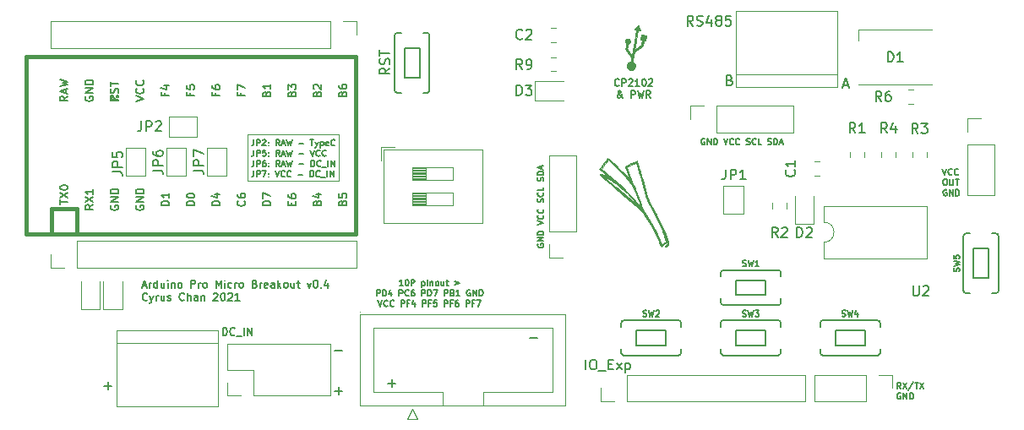
<source format=gbr>
%TF.GenerationSoftware,KiCad,Pcbnew,(5.1.6)-1*%
%TF.CreationDate,2021-01-14T00:20:57+08:00*%
%TF.ProjectId,micro-mp,6d696372-6f2d-46d7-902e-6b696361645f,v0.4*%
%TF.SameCoordinates,Original*%
%TF.FileFunction,Legend,Top*%
%TF.FilePolarity,Positive*%
%FSLAX46Y46*%
G04 Gerber Fmt 4.6, Leading zero omitted, Abs format (unit mm)*
G04 Created by KiCad (PCBNEW (5.1.6)-1) date 2021-01-14 00:20:57*
%MOMM*%
%LPD*%
G01*
G04 APERTURE LIST*
%ADD10C,0.127000*%
%ADD11C,0.150000*%
%ADD12C,0.120000*%
%ADD13C,0.139700*%
%ADD14C,0.381000*%
%ADD15C,0.010000*%
%ADD16C,0.203200*%
G04 APERTURE END LIST*
D10*
X163733333Y-78661500D02*
X163700000Y-78694833D01*
X163600000Y-78728166D01*
X163533333Y-78728166D01*
X163433333Y-78694833D01*
X163366666Y-78628166D01*
X163333333Y-78561500D01*
X163300000Y-78428166D01*
X163300000Y-78328166D01*
X163333333Y-78194833D01*
X163366666Y-78128166D01*
X163433333Y-78061500D01*
X163533333Y-78028166D01*
X163600000Y-78028166D01*
X163700000Y-78061500D01*
X163733333Y-78094833D01*
X164033333Y-78728166D02*
X164033333Y-78028166D01*
X164300000Y-78028166D01*
X164366666Y-78061500D01*
X164400000Y-78094833D01*
X164433333Y-78161500D01*
X164433333Y-78261500D01*
X164400000Y-78328166D01*
X164366666Y-78361500D01*
X164300000Y-78394833D01*
X164033333Y-78394833D01*
X164700000Y-78094833D02*
X164733333Y-78061500D01*
X164800000Y-78028166D01*
X164966666Y-78028166D01*
X165033333Y-78061500D01*
X165066666Y-78094833D01*
X165100000Y-78161500D01*
X165100000Y-78228166D01*
X165066666Y-78328166D01*
X164666666Y-78728166D01*
X165100000Y-78728166D01*
X165766666Y-78728166D02*
X165366666Y-78728166D01*
X165566666Y-78728166D02*
X165566666Y-78028166D01*
X165500000Y-78128166D01*
X165433333Y-78194833D01*
X165366666Y-78228166D01*
X166200000Y-78028166D02*
X166266666Y-78028166D01*
X166333333Y-78061500D01*
X166366666Y-78094833D01*
X166400000Y-78161500D01*
X166433333Y-78294833D01*
X166433333Y-78461500D01*
X166400000Y-78594833D01*
X166366666Y-78661500D01*
X166333333Y-78694833D01*
X166266666Y-78728166D01*
X166200000Y-78728166D01*
X166133333Y-78694833D01*
X166100000Y-78661500D01*
X166066666Y-78594833D01*
X166033333Y-78461500D01*
X166033333Y-78294833D01*
X166066666Y-78161500D01*
X166100000Y-78094833D01*
X166133333Y-78061500D01*
X166200000Y-78028166D01*
X166700000Y-78094833D02*
X166733333Y-78061500D01*
X166800000Y-78028166D01*
X166966666Y-78028166D01*
X167033333Y-78061500D01*
X167066666Y-78094833D01*
X167100000Y-78161500D01*
X167100000Y-78228166D01*
X167066666Y-78328166D01*
X166666666Y-78728166D01*
X167100000Y-78728166D01*
X164133333Y-79905166D02*
X164100000Y-79905166D01*
X164033333Y-79871833D01*
X163933333Y-79771833D01*
X163766666Y-79571833D01*
X163700000Y-79471833D01*
X163666666Y-79371833D01*
X163666666Y-79305166D01*
X163700000Y-79238500D01*
X163766666Y-79205166D01*
X163800000Y-79205166D01*
X163866666Y-79238500D01*
X163900000Y-79305166D01*
X163900000Y-79338500D01*
X163866666Y-79405166D01*
X163833333Y-79438500D01*
X163633333Y-79571833D01*
X163600000Y-79605166D01*
X163566666Y-79671833D01*
X163566666Y-79771833D01*
X163600000Y-79838500D01*
X163633333Y-79871833D01*
X163700000Y-79905166D01*
X163800000Y-79905166D01*
X163866666Y-79871833D01*
X163900000Y-79838500D01*
X164000000Y-79705166D01*
X164033333Y-79605166D01*
X164033333Y-79538500D01*
X164966666Y-79905166D02*
X164966666Y-79205166D01*
X165233333Y-79205166D01*
X165300000Y-79238500D01*
X165333333Y-79271833D01*
X165366666Y-79338500D01*
X165366666Y-79438500D01*
X165333333Y-79505166D01*
X165300000Y-79538500D01*
X165233333Y-79571833D01*
X164966666Y-79571833D01*
X165600000Y-79205166D02*
X165766666Y-79905166D01*
X165900000Y-79405166D01*
X166033333Y-79905166D01*
X166200000Y-79205166D01*
X166866666Y-79905166D02*
X166633333Y-79571833D01*
X166466666Y-79905166D02*
X166466666Y-79205166D01*
X166733333Y-79205166D01*
X166800000Y-79238500D01*
X166833333Y-79271833D01*
X166866666Y-79338500D01*
X166866666Y-79438500D01*
X166833333Y-79505166D01*
X166800000Y-79538500D01*
X166733333Y-79571833D01*
X166466666Y-79571833D01*
D11*
X160385714Y-107152380D02*
X160385714Y-106152380D01*
X161052380Y-106152380D02*
X161242857Y-106152380D01*
X161338095Y-106200000D01*
X161433333Y-106295238D01*
X161480952Y-106485714D01*
X161480952Y-106819047D01*
X161433333Y-107009523D01*
X161338095Y-107104761D01*
X161242857Y-107152380D01*
X161052380Y-107152380D01*
X160957142Y-107104761D01*
X160861904Y-107009523D01*
X160814285Y-106819047D01*
X160814285Y-106485714D01*
X160861904Y-106295238D01*
X160957142Y-106200000D01*
X161052380Y-106152380D01*
X161671428Y-107247619D02*
X162433333Y-107247619D01*
X162671428Y-106628571D02*
X163004761Y-106628571D01*
X163147619Y-107152380D02*
X162671428Y-107152380D01*
X162671428Y-106152380D01*
X163147619Y-106152380D01*
X163480952Y-107152380D02*
X164004761Y-106485714D01*
X163480952Y-106485714D02*
X164004761Y-107152380D01*
X164385714Y-106485714D02*
X164385714Y-107485714D01*
X164385714Y-106533333D02*
X164480952Y-106485714D01*
X164671428Y-106485714D01*
X164766666Y-106533333D01*
X164814285Y-106580952D01*
X164861904Y-106676190D01*
X164861904Y-106961904D01*
X164814285Y-107057142D01*
X164766666Y-107104761D01*
X164671428Y-107152380D01*
X164480952Y-107152380D01*
X164385714Y-107104761D01*
D12*
X137795000Y-101371400D02*
X137795000Y-101396800D01*
D10*
X142064857Y-98734371D02*
X141716514Y-98734371D01*
X141890685Y-98734371D02*
X141890685Y-98124771D01*
X141832628Y-98211857D01*
X141774571Y-98269914D01*
X141716514Y-98298942D01*
X142442228Y-98124771D02*
X142500285Y-98124771D01*
X142558342Y-98153800D01*
X142587371Y-98182828D01*
X142616400Y-98240885D01*
X142645428Y-98357000D01*
X142645428Y-98502142D01*
X142616400Y-98618257D01*
X142587371Y-98676314D01*
X142558342Y-98705342D01*
X142500285Y-98734371D01*
X142442228Y-98734371D01*
X142384171Y-98705342D01*
X142355142Y-98676314D01*
X142326114Y-98618257D01*
X142297085Y-98502142D01*
X142297085Y-98357000D01*
X142326114Y-98240885D01*
X142355142Y-98182828D01*
X142384171Y-98153800D01*
X142442228Y-98124771D01*
X142906685Y-98734371D02*
X142906685Y-98124771D01*
X143138914Y-98124771D01*
X143196971Y-98153800D01*
X143226000Y-98182828D01*
X143255028Y-98240885D01*
X143255028Y-98327971D01*
X143226000Y-98386028D01*
X143196971Y-98415057D01*
X143138914Y-98444085D01*
X142906685Y-98444085D01*
X143980742Y-98327971D02*
X143980742Y-98937571D01*
X143980742Y-98357000D02*
X144038800Y-98327971D01*
X144154914Y-98327971D01*
X144212971Y-98357000D01*
X144242000Y-98386028D01*
X144271028Y-98444085D01*
X144271028Y-98618257D01*
X144242000Y-98676314D01*
X144212971Y-98705342D01*
X144154914Y-98734371D01*
X144038800Y-98734371D01*
X143980742Y-98705342D01*
X144532285Y-98734371D02*
X144532285Y-98327971D01*
X144532285Y-98124771D02*
X144503257Y-98153800D01*
X144532285Y-98182828D01*
X144561314Y-98153800D01*
X144532285Y-98124771D01*
X144532285Y-98182828D01*
X144822571Y-98327971D02*
X144822571Y-98734371D01*
X144822571Y-98386028D02*
X144851600Y-98357000D01*
X144909657Y-98327971D01*
X144996742Y-98327971D01*
X145054800Y-98357000D01*
X145083828Y-98415057D01*
X145083828Y-98734371D01*
X145461200Y-98734371D02*
X145403142Y-98705342D01*
X145374114Y-98676314D01*
X145345085Y-98618257D01*
X145345085Y-98444085D01*
X145374114Y-98386028D01*
X145403142Y-98357000D01*
X145461200Y-98327971D01*
X145548285Y-98327971D01*
X145606342Y-98357000D01*
X145635371Y-98386028D01*
X145664400Y-98444085D01*
X145664400Y-98618257D01*
X145635371Y-98676314D01*
X145606342Y-98705342D01*
X145548285Y-98734371D01*
X145461200Y-98734371D01*
X146186914Y-98327971D02*
X146186914Y-98734371D01*
X145925657Y-98327971D02*
X145925657Y-98647285D01*
X145954685Y-98705342D01*
X146012742Y-98734371D01*
X146099828Y-98734371D01*
X146157885Y-98705342D01*
X146186914Y-98676314D01*
X146390114Y-98327971D02*
X146622342Y-98327971D01*
X146477200Y-98124771D02*
X146477200Y-98647285D01*
X146506228Y-98705342D01*
X146564285Y-98734371D01*
X146622342Y-98734371D01*
X147290000Y-98327971D02*
X147754457Y-98502142D01*
X147290000Y-98676314D01*
X139437771Y-99775771D02*
X139437771Y-99166171D01*
X139670000Y-99166171D01*
X139728057Y-99195200D01*
X139757085Y-99224228D01*
X139786114Y-99282285D01*
X139786114Y-99369371D01*
X139757085Y-99427428D01*
X139728057Y-99456457D01*
X139670000Y-99485485D01*
X139437771Y-99485485D01*
X140047371Y-99775771D02*
X140047371Y-99166171D01*
X140192514Y-99166171D01*
X140279600Y-99195200D01*
X140337657Y-99253257D01*
X140366685Y-99311314D01*
X140395714Y-99427428D01*
X140395714Y-99514514D01*
X140366685Y-99630628D01*
X140337657Y-99688685D01*
X140279600Y-99746742D01*
X140192514Y-99775771D01*
X140047371Y-99775771D01*
X140918228Y-99369371D02*
X140918228Y-99775771D01*
X140773085Y-99137142D02*
X140627942Y-99572571D01*
X141005314Y-99572571D01*
X141702000Y-99775771D02*
X141702000Y-99166171D01*
X141934228Y-99166171D01*
X141992285Y-99195200D01*
X142021314Y-99224228D01*
X142050342Y-99282285D01*
X142050342Y-99369371D01*
X142021314Y-99427428D01*
X141992285Y-99456457D01*
X141934228Y-99485485D01*
X141702000Y-99485485D01*
X142659942Y-99717714D02*
X142630914Y-99746742D01*
X142543828Y-99775771D01*
X142485771Y-99775771D01*
X142398685Y-99746742D01*
X142340628Y-99688685D01*
X142311600Y-99630628D01*
X142282571Y-99514514D01*
X142282571Y-99427428D01*
X142311600Y-99311314D01*
X142340628Y-99253257D01*
X142398685Y-99195200D01*
X142485771Y-99166171D01*
X142543828Y-99166171D01*
X142630914Y-99195200D01*
X142659942Y-99224228D01*
X143182457Y-99166171D02*
X143066342Y-99166171D01*
X143008285Y-99195200D01*
X142979257Y-99224228D01*
X142921200Y-99311314D01*
X142892171Y-99427428D01*
X142892171Y-99659657D01*
X142921200Y-99717714D01*
X142950228Y-99746742D01*
X143008285Y-99775771D01*
X143124400Y-99775771D01*
X143182457Y-99746742D01*
X143211485Y-99717714D01*
X143240514Y-99659657D01*
X143240514Y-99514514D01*
X143211485Y-99456457D01*
X143182457Y-99427428D01*
X143124400Y-99398400D01*
X143008285Y-99398400D01*
X142950228Y-99427428D01*
X142921200Y-99456457D01*
X142892171Y-99514514D01*
X143966228Y-99775771D02*
X143966228Y-99166171D01*
X144198457Y-99166171D01*
X144256514Y-99195200D01*
X144285542Y-99224228D01*
X144314571Y-99282285D01*
X144314571Y-99369371D01*
X144285542Y-99427428D01*
X144256514Y-99456457D01*
X144198457Y-99485485D01*
X143966228Y-99485485D01*
X144575828Y-99775771D02*
X144575828Y-99166171D01*
X144720971Y-99166171D01*
X144808057Y-99195200D01*
X144866114Y-99253257D01*
X144895142Y-99311314D01*
X144924171Y-99427428D01*
X144924171Y-99514514D01*
X144895142Y-99630628D01*
X144866114Y-99688685D01*
X144808057Y-99746742D01*
X144720971Y-99775771D01*
X144575828Y-99775771D01*
X145127371Y-99166171D02*
X145533771Y-99166171D01*
X145272514Y-99775771D01*
X146230457Y-99775771D02*
X146230457Y-99166171D01*
X146462685Y-99166171D01*
X146520742Y-99195200D01*
X146549771Y-99224228D01*
X146578800Y-99282285D01*
X146578800Y-99369371D01*
X146549771Y-99427428D01*
X146520742Y-99456457D01*
X146462685Y-99485485D01*
X146230457Y-99485485D01*
X147043257Y-99456457D02*
X147130342Y-99485485D01*
X147159371Y-99514514D01*
X147188400Y-99572571D01*
X147188400Y-99659657D01*
X147159371Y-99717714D01*
X147130342Y-99746742D01*
X147072285Y-99775771D01*
X146840057Y-99775771D01*
X146840057Y-99166171D01*
X147043257Y-99166171D01*
X147101314Y-99195200D01*
X147130342Y-99224228D01*
X147159371Y-99282285D01*
X147159371Y-99340342D01*
X147130342Y-99398400D01*
X147101314Y-99427428D01*
X147043257Y-99456457D01*
X146840057Y-99456457D01*
X147768971Y-99775771D02*
X147420628Y-99775771D01*
X147594800Y-99775771D02*
X147594800Y-99166171D01*
X147536742Y-99253257D01*
X147478685Y-99311314D01*
X147420628Y-99340342D01*
X148814000Y-99195200D02*
X148755942Y-99166171D01*
X148668857Y-99166171D01*
X148581771Y-99195200D01*
X148523714Y-99253257D01*
X148494685Y-99311314D01*
X148465657Y-99427428D01*
X148465657Y-99514514D01*
X148494685Y-99630628D01*
X148523714Y-99688685D01*
X148581771Y-99746742D01*
X148668857Y-99775771D01*
X148726914Y-99775771D01*
X148814000Y-99746742D01*
X148843028Y-99717714D01*
X148843028Y-99514514D01*
X148726914Y-99514514D01*
X149104285Y-99775771D02*
X149104285Y-99166171D01*
X149452628Y-99775771D01*
X149452628Y-99166171D01*
X149742914Y-99775771D02*
X149742914Y-99166171D01*
X149888057Y-99166171D01*
X149975142Y-99195200D01*
X150033200Y-99253257D01*
X150062228Y-99311314D01*
X150091257Y-99427428D01*
X150091257Y-99514514D01*
X150062228Y-99630628D01*
X150033200Y-99688685D01*
X149975142Y-99746742D01*
X149888057Y-99775771D01*
X149742914Y-99775771D01*
X139582914Y-100207571D02*
X139786114Y-100817171D01*
X139989314Y-100207571D01*
X140540857Y-100759114D02*
X140511828Y-100788142D01*
X140424742Y-100817171D01*
X140366685Y-100817171D01*
X140279600Y-100788142D01*
X140221542Y-100730085D01*
X140192514Y-100672028D01*
X140163485Y-100555914D01*
X140163485Y-100468828D01*
X140192514Y-100352714D01*
X140221542Y-100294657D01*
X140279600Y-100236600D01*
X140366685Y-100207571D01*
X140424742Y-100207571D01*
X140511828Y-100236600D01*
X140540857Y-100265628D01*
X141150457Y-100759114D02*
X141121428Y-100788142D01*
X141034342Y-100817171D01*
X140976285Y-100817171D01*
X140889200Y-100788142D01*
X140831142Y-100730085D01*
X140802114Y-100672028D01*
X140773085Y-100555914D01*
X140773085Y-100468828D01*
X140802114Y-100352714D01*
X140831142Y-100294657D01*
X140889200Y-100236600D01*
X140976285Y-100207571D01*
X141034342Y-100207571D01*
X141121428Y-100236600D01*
X141150457Y-100265628D01*
X141876171Y-100817171D02*
X141876171Y-100207571D01*
X142108400Y-100207571D01*
X142166457Y-100236600D01*
X142195485Y-100265628D01*
X142224514Y-100323685D01*
X142224514Y-100410771D01*
X142195485Y-100468828D01*
X142166457Y-100497857D01*
X142108400Y-100526885D01*
X141876171Y-100526885D01*
X142688971Y-100497857D02*
X142485771Y-100497857D01*
X142485771Y-100817171D02*
X142485771Y-100207571D01*
X142776057Y-100207571D01*
X143269542Y-100410771D02*
X143269542Y-100817171D01*
X143124400Y-100178542D02*
X142979257Y-100613971D01*
X143356628Y-100613971D01*
X144053314Y-100817171D02*
X144053314Y-100207571D01*
X144285542Y-100207571D01*
X144343600Y-100236600D01*
X144372628Y-100265628D01*
X144401657Y-100323685D01*
X144401657Y-100410771D01*
X144372628Y-100468828D01*
X144343600Y-100497857D01*
X144285542Y-100526885D01*
X144053314Y-100526885D01*
X144866114Y-100497857D02*
X144662914Y-100497857D01*
X144662914Y-100817171D02*
X144662914Y-100207571D01*
X144953200Y-100207571D01*
X145475714Y-100207571D02*
X145185428Y-100207571D01*
X145156400Y-100497857D01*
X145185428Y-100468828D01*
X145243485Y-100439800D01*
X145388628Y-100439800D01*
X145446685Y-100468828D01*
X145475714Y-100497857D01*
X145504742Y-100555914D01*
X145504742Y-100701057D01*
X145475714Y-100759114D01*
X145446685Y-100788142D01*
X145388628Y-100817171D01*
X145243485Y-100817171D01*
X145185428Y-100788142D01*
X145156400Y-100759114D01*
X146230457Y-100817171D02*
X146230457Y-100207571D01*
X146462685Y-100207571D01*
X146520742Y-100236600D01*
X146549771Y-100265628D01*
X146578800Y-100323685D01*
X146578800Y-100410771D01*
X146549771Y-100468828D01*
X146520742Y-100497857D01*
X146462685Y-100526885D01*
X146230457Y-100526885D01*
X147043257Y-100497857D02*
X146840057Y-100497857D01*
X146840057Y-100817171D02*
X146840057Y-100207571D01*
X147130342Y-100207571D01*
X147623828Y-100207571D02*
X147507714Y-100207571D01*
X147449657Y-100236600D01*
X147420628Y-100265628D01*
X147362571Y-100352714D01*
X147333542Y-100468828D01*
X147333542Y-100701057D01*
X147362571Y-100759114D01*
X147391600Y-100788142D01*
X147449657Y-100817171D01*
X147565771Y-100817171D01*
X147623828Y-100788142D01*
X147652857Y-100759114D01*
X147681885Y-100701057D01*
X147681885Y-100555914D01*
X147652857Y-100497857D01*
X147623828Y-100468828D01*
X147565771Y-100439800D01*
X147449657Y-100439800D01*
X147391600Y-100468828D01*
X147362571Y-100497857D01*
X147333542Y-100555914D01*
X148407600Y-100817171D02*
X148407600Y-100207571D01*
X148639828Y-100207571D01*
X148697885Y-100236600D01*
X148726914Y-100265628D01*
X148755942Y-100323685D01*
X148755942Y-100410771D01*
X148726914Y-100468828D01*
X148697885Y-100497857D01*
X148639828Y-100526885D01*
X148407600Y-100526885D01*
X149220400Y-100497857D02*
X149017200Y-100497857D01*
X149017200Y-100817171D02*
X149017200Y-100207571D01*
X149307485Y-100207571D01*
X149481657Y-100207571D02*
X149888057Y-100207571D01*
X149626800Y-100817171D01*
D13*
X115985947Y-98735650D02*
X116348805Y-98735650D01*
X115913376Y-98953364D02*
X116167376Y-98191364D01*
X116421376Y-98953364D01*
X116675376Y-98953364D02*
X116675376Y-98445364D01*
X116675376Y-98590507D02*
X116711662Y-98517935D01*
X116747947Y-98481650D01*
X116820519Y-98445364D01*
X116893090Y-98445364D01*
X117473662Y-98953364D02*
X117473662Y-98191364D01*
X117473662Y-98917078D02*
X117401090Y-98953364D01*
X117255947Y-98953364D01*
X117183376Y-98917078D01*
X117147090Y-98880792D01*
X117110805Y-98808221D01*
X117110805Y-98590507D01*
X117147090Y-98517935D01*
X117183376Y-98481650D01*
X117255947Y-98445364D01*
X117401090Y-98445364D01*
X117473662Y-98481650D01*
X118163090Y-98445364D02*
X118163090Y-98953364D01*
X117836519Y-98445364D02*
X117836519Y-98844507D01*
X117872805Y-98917078D01*
X117945376Y-98953364D01*
X118054233Y-98953364D01*
X118126805Y-98917078D01*
X118163090Y-98880792D01*
X118525947Y-98953364D02*
X118525947Y-98445364D01*
X118525947Y-98191364D02*
X118489662Y-98227650D01*
X118525947Y-98263935D01*
X118562233Y-98227650D01*
X118525947Y-98191364D01*
X118525947Y-98263935D01*
X118888805Y-98445364D02*
X118888805Y-98953364D01*
X118888805Y-98517935D02*
X118925090Y-98481650D01*
X118997662Y-98445364D01*
X119106519Y-98445364D01*
X119179090Y-98481650D01*
X119215376Y-98554221D01*
X119215376Y-98953364D01*
X119687090Y-98953364D02*
X119614519Y-98917078D01*
X119578233Y-98880792D01*
X119541947Y-98808221D01*
X119541947Y-98590507D01*
X119578233Y-98517935D01*
X119614519Y-98481650D01*
X119687090Y-98445364D01*
X119795947Y-98445364D01*
X119868519Y-98481650D01*
X119904805Y-98517935D01*
X119941090Y-98590507D01*
X119941090Y-98808221D01*
X119904805Y-98880792D01*
X119868519Y-98917078D01*
X119795947Y-98953364D01*
X119687090Y-98953364D01*
X120848233Y-98953364D02*
X120848233Y-98191364D01*
X121138519Y-98191364D01*
X121211090Y-98227650D01*
X121247376Y-98263935D01*
X121283662Y-98336507D01*
X121283662Y-98445364D01*
X121247376Y-98517935D01*
X121211090Y-98554221D01*
X121138519Y-98590507D01*
X120848233Y-98590507D01*
X121610233Y-98953364D02*
X121610233Y-98445364D01*
X121610233Y-98590507D02*
X121646519Y-98517935D01*
X121682805Y-98481650D01*
X121755376Y-98445364D01*
X121827947Y-98445364D01*
X122190805Y-98953364D02*
X122118233Y-98917078D01*
X122081947Y-98880792D01*
X122045662Y-98808221D01*
X122045662Y-98590507D01*
X122081947Y-98517935D01*
X122118233Y-98481650D01*
X122190805Y-98445364D01*
X122299662Y-98445364D01*
X122372233Y-98481650D01*
X122408519Y-98517935D01*
X122444805Y-98590507D01*
X122444805Y-98808221D01*
X122408519Y-98880792D01*
X122372233Y-98917078D01*
X122299662Y-98953364D01*
X122190805Y-98953364D01*
X123351947Y-98953364D02*
X123351947Y-98191364D01*
X123605947Y-98735650D01*
X123859947Y-98191364D01*
X123859947Y-98953364D01*
X124222805Y-98953364D02*
X124222805Y-98445364D01*
X124222805Y-98191364D02*
X124186519Y-98227650D01*
X124222805Y-98263935D01*
X124259090Y-98227650D01*
X124222805Y-98191364D01*
X124222805Y-98263935D01*
X124912233Y-98917078D02*
X124839662Y-98953364D01*
X124694519Y-98953364D01*
X124621947Y-98917078D01*
X124585662Y-98880792D01*
X124549376Y-98808221D01*
X124549376Y-98590507D01*
X124585662Y-98517935D01*
X124621947Y-98481650D01*
X124694519Y-98445364D01*
X124839662Y-98445364D01*
X124912233Y-98481650D01*
X125238805Y-98953364D02*
X125238805Y-98445364D01*
X125238805Y-98590507D02*
X125275090Y-98517935D01*
X125311376Y-98481650D01*
X125383947Y-98445364D01*
X125456519Y-98445364D01*
X125819376Y-98953364D02*
X125746805Y-98917078D01*
X125710519Y-98880792D01*
X125674233Y-98808221D01*
X125674233Y-98590507D01*
X125710519Y-98517935D01*
X125746805Y-98481650D01*
X125819376Y-98445364D01*
X125928233Y-98445364D01*
X126000805Y-98481650D01*
X126037090Y-98517935D01*
X126073376Y-98590507D01*
X126073376Y-98808221D01*
X126037090Y-98880792D01*
X126000805Y-98917078D01*
X125928233Y-98953364D01*
X125819376Y-98953364D01*
X127234519Y-98554221D02*
X127343376Y-98590507D01*
X127379662Y-98626792D01*
X127415947Y-98699364D01*
X127415947Y-98808221D01*
X127379662Y-98880792D01*
X127343376Y-98917078D01*
X127270805Y-98953364D01*
X126980519Y-98953364D01*
X126980519Y-98191364D01*
X127234519Y-98191364D01*
X127307090Y-98227650D01*
X127343376Y-98263935D01*
X127379662Y-98336507D01*
X127379662Y-98409078D01*
X127343376Y-98481650D01*
X127307090Y-98517935D01*
X127234519Y-98554221D01*
X126980519Y-98554221D01*
X127742519Y-98953364D02*
X127742519Y-98445364D01*
X127742519Y-98590507D02*
X127778805Y-98517935D01*
X127815090Y-98481650D01*
X127887662Y-98445364D01*
X127960233Y-98445364D01*
X128504519Y-98917078D02*
X128431947Y-98953364D01*
X128286805Y-98953364D01*
X128214233Y-98917078D01*
X128177947Y-98844507D01*
X128177947Y-98554221D01*
X128214233Y-98481650D01*
X128286805Y-98445364D01*
X128431947Y-98445364D01*
X128504519Y-98481650D01*
X128540805Y-98554221D01*
X128540805Y-98626792D01*
X128177947Y-98699364D01*
X129193947Y-98953364D02*
X129193947Y-98554221D01*
X129157662Y-98481650D01*
X129085090Y-98445364D01*
X128939947Y-98445364D01*
X128867376Y-98481650D01*
X129193947Y-98917078D02*
X129121376Y-98953364D01*
X128939947Y-98953364D01*
X128867376Y-98917078D01*
X128831090Y-98844507D01*
X128831090Y-98771935D01*
X128867376Y-98699364D01*
X128939947Y-98663078D01*
X129121376Y-98663078D01*
X129193947Y-98626792D01*
X129556805Y-98953364D02*
X129556805Y-98191364D01*
X129629376Y-98663078D02*
X129847090Y-98953364D01*
X129847090Y-98445364D02*
X129556805Y-98735650D01*
X130282519Y-98953364D02*
X130209947Y-98917078D01*
X130173662Y-98880792D01*
X130137376Y-98808221D01*
X130137376Y-98590507D01*
X130173662Y-98517935D01*
X130209947Y-98481650D01*
X130282519Y-98445364D01*
X130391376Y-98445364D01*
X130463947Y-98481650D01*
X130500233Y-98517935D01*
X130536519Y-98590507D01*
X130536519Y-98808221D01*
X130500233Y-98880792D01*
X130463947Y-98917078D01*
X130391376Y-98953364D01*
X130282519Y-98953364D01*
X131189662Y-98445364D02*
X131189662Y-98953364D01*
X130863090Y-98445364D02*
X130863090Y-98844507D01*
X130899376Y-98917078D01*
X130971947Y-98953364D01*
X131080805Y-98953364D01*
X131153376Y-98917078D01*
X131189662Y-98880792D01*
X131443662Y-98445364D02*
X131733947Y-98445364D01*
X131552519Y-98191364D02*
X131552519Y-98844507D01*
X131588805Y-98917078D01*
X131661376Y-98953364D01*
X131733947Y-98953364D01*
X132495947Y-98445364D02*
X132677376Y-98953364D01*
X132858805Y-98445364D01*
X133294233Y-98191364D02*
X133366805Y-98191364D01*
X133439376Y-98227650D01*
X133475662Y-98263935D01*
X133511947Y-98336507D01*
X133548233Y-98481650D01*
X133548233Y-98663078D01*
X133511947Y-98808221D01*
X133475662Y-98880792D01*
X133439376Y-98917078D01*
X133366805Y-98953364D01*
X133294233Y-98953364D01*
X133221662Y-98917078D01*
X133185376Y-98880792D01*
X133149090Y-98808221D01*
X133112805Y-98663078D01*
X133112805Y-98481650D01*
X133149090Y-98336507D01*
X133185376Y-98263935D01*
X133221662Y-98227650D01*
X133294233Y-98191364D01*
X133874805Y-98880792D02*
X133911090Y-98917078D01*
X133874805Y-98953364D01*
X133838519Y-98917078D01*
X133874805Y-98880792D01*
X133874805Y-98953364D01*
X134564233Y-98445364D02*
X134564233Y-98953364D01*
X134382805Y-98155078D02*
X134201376Y-98699364D01*
X134673090Y-98699364D01*
X116457662Y-100163492D02*
X116421376Y-100199778D01*
X116312519Y-100236064D01*
X116239947Y-100236064D01*
X116131090Y-100199778D01*
X116058519Y-100127207D01*
X116022233Y-100054635D01*
X115985947Y-99909492D01*
X115985947Y-99800635D01*
X116022233Y-99655492D01*
X116058519Y-99582921D01*
X116131090Y-99510350D01*
X116239947Y-99474064D01*
X116312519Y-99474064D01*
X116421376Y-99510350D01*
X116457662Y-99546635D01*
X116711662Y-99728064D02*
X116893090Y-100236064D01*
X117074519Y-99728064D02*
X116893090Y-100236064D01*
X116820519Y-100417492D01*
X116784233Y-100453778D01*
X116711662Y-100490064D01*
X117364805Y-100236064D02*
X117364805Y-99728064D01*
X117364805Y-99873207D02*
X117401090Y-99800635D01*
X117437376Y-99764350D01*
X117509947Y-99728064D01*
X117582519Y-99728064D01*
X118163090Y-99728064D02*
X118163090Y-100236064D01*
X117836519Y-99728064D02*
X117836519Y-100127207D01*
X117872805Y-100199778D01*
X117945376Y-100236064D01*
X118054233Y-100236064D01*
X118126805Y-100199778D01*
X118163090Y-100163492D01*
X118489662Y-100199778D02*
X118562233Y-100236064D01*
X118707376Y-100236064D01*
X118779947Y-100199778D01*
X118816233Y-100127207D01*
X118816233Y-100090921D01*
X118779947Y-100018350D01*
X118707376Y-99982064D01*
X118598519Y-99982064D01*
X118525947Y-99945778D01*
X118489662Y-99873207D01*
X118489662Y-99836921D01*
X118525947Y-99764350D01*
X118598519Y-99728064D01*
X118707376Y-99728064D01*
X118779947Y-99764350D01*
X120158805Y-100163492D02*
X120122519Y-100199778D01*
X120013662Y-100236064D01*
X119941090Y-100236064D01*
X119832233Y-100199778D01*
X119759662Y-100127207D01*
X119723376Y-100054635D01*
X119687090Y-99909492D01*
X119687090Y-99800635D01*
X119723376Y-99655492D01*
X119759662Y-99582921D01*
X119832233Y-99510350D01*
X119941090Y-99474064D01*
X120013662Y-99474064D01*
X120122519Y-99510350D01*
X120158805Y-99546635D01*
X120485376Y-100236064D02*
X120485376Y-99474064D01*
X120811947Y-100236064D02*
X120811947Y-99836921D01*
X120775662Y-99764350D01*
X120703090Y-99728064D01*
X120594233Y-99728064D01*
X120521662Y-99764350D01*
X120485376Y-99800635D01*
X121501376Y-100236064D02*
X121501376Y-99836921D01*
X121465090Y-99764350D01*
X121392519Y-99728064D01*
X121247376Y-99728064D01*
X121174805Y-99764350D01*
X121501376Y-100199778D02*
X121428805Y-100236064D01*
X121247376Y-100236064D01*
X121174805Y-100199778D01*
X121138519Y-100127207D01*
X121138519Y-100054635D01*
X121174805Y-99982064D01*
X121247376Y-99945778D01*
X121428805Y-99945778D01*
X121501376Y-99909492D01*
X121864233Y-99728064D02*
X121864233Y-100236064D01*
X121864233Y-99800635D02*
X121900519Y-99764350D01*
X121973090Y-99728064D01*
X122081947Y-99728064D01*
X122154519Y-99764350D01*
X122190805Y-99836921D01*
X122190805Y-100236064D01*
X123097947Y-99546635D02*
X123134233Y-99510350D01*
X123206805Y-99474064D01*
X123388233Y-99474064D01*
X123460805Y-99510350D01*
X123497090Y-99546635D01*
X123533376Y-99619207D01*
X123533376Y-99691778D01*
X123497090Y-99800635D01*
X123061662Y-100236064D01*
X123533376Y-100236064D01*
X124005090Y-99474064D02*
X124077662Y-99474064D01*
X124150233Y-99510350D01*
X124186519Y-99546635D01*
X124222805Y-99619207D01*
X124259090Y-99764350D01*
X124259090Y-99945778D01*
X124222805Y-100090921D01*
X124186519Y-100163492D01*
X124150233Y-100199778D01*
X124077662Y-100236064D01*
X124005090Y-100236064D01*
X123932519Y-100199778D01*
X123896233Y-100163492D01*
X123859947Y-100090921D01*
X123823662Y-99945778D01*
X123823662Y-99764350D01*
X123859947Y-99619207D01*
X123896233Y-99546635D01*
X123932519Y-99510350D01*
X124005090Y-99474064D01*
X124549376Y-99546635D02*
X124585662Y-99510350D01*
X124658233Y-99474064D01*
X124839662Y-99474064D01*
X124912233Y-99510350D01*
X124948519Y-99546635D01*
X124984805Y-99619207D01*
X124984805Y-99691778D01*
X124948519Y-99800635D01*
X124513090Y-100236064D01*
X124984805Y-100236064D01*
X125710519Y-100236064D02*
X125275090Y-100236064D01*
X125492805Y-100236064D02*
X125492805Y-99474064D01*
X125420233Y-99582921D01*
X125347662Y-99655492D01*
X125275090Y-99691778D01*
D12*
X135620000Y-83600000D02*
X126476000Y-83600000D01*
X135620000Y-84066000D02*
X135620000Y-83600000D01*
X135620000Y-88250000D02*
X135620000Y-84066000D01*
X126476000Y-88250000D02*
X135620000Y-88250000D01*
X126476000Y-83600000D02*
X126476000Y-88250000D01*
D11*
X154813047Y-103957428D02*
X155574952Y-103957428D01*
X140589047Y-108529428D02*
X141350952Y-108529428D01*
X140970000Y-108910380D02*
X140970000Y-108148476D01*
D10*
X196140607Y-87024771D02*
X196343807Y-87634371D01*
X196547007Y-87024771D01*
X197098550Y-87576314D02*
X197069521Y-87605342D01*
X196982435Y-87634371D01*
X196924378Y-87634371D01*
X196837292Y-87605342D01*
X196779235Y-87547285D01*
X196750207Y-87489228D01*
X196721178Y-87373114D01*
X196721178Y-87286028D01*
X196750207Y-87169914D01*
X196779235Y-87111857D01*
X196837292Y-87053800D01*
X196924378Y-87024771D01*
X196982435Y-87024771D01*
X197069521Y-87053800D01*
X197098550Y-87082828D01*
X197708150Y-87576314D02*
X197679121Y-87605342D01*
X197592035Y-87634371D01*
X197533978Y-87634371D01*
X197446892Y-87605342D01*
X197388835Y-87547285D01*
X197359807Y-87489228D01*
X197330778Y-87373114D01*
X197330778Y-87286028D01*
X197359807Y-87169914D01*
X197388835Y-87111857D01*
X197446892Y-87053800D01*
X197533978Y-87024771D01*
X197592035Y-87024771D01*
X197679121Y-87053800D01*
X197708150Y-87082828D01*
X196343807Y-88066171D02*
X196459921Y-88066171D01*
X196517978Y-88095200D01*
X196576035Y-88153257D01*
X196605064Y-88269371D01*
X196605064Y-88472571D01*
X196576035Y-88588685D01*
X196517978Y-88646742D01*
X196459921Y-88675771D01*
X196343807Y-88675771D01*
X196285750Y-88646742D01*
X196227692Y-88588685D01*
X196198664Y-88472571D01*
X196198664Y-88269371D01*
X196227692Y-88153257D01*
X196285750Y-88095200D01*
X196343807Y-88066171D01*
X196866321Y-88066171D02*
X196866321Y-88559657D01*
X196895350Y-88617714D01*
X196924378Y-88646742D01*
X196982435Y-88675771D01*
X197098550Y-88675771D01*
X197156607Y-88646742D01*
X197185635Y-88617714D01*
X197214664Y-88559657D01*
X197214664Y-88066171D01*
X197417864Y-88066171D02*
X197766207Y-88066171D01*
X197592035Y-88675771D02*
X197592035Y-88066171D01*
X196547007Y-89136600D02*
X196488950Y-89107571D01*
X196401864Y-89107571D01*
X196314778Y-89136600D01*
X196256721Y-89194657D01*
X196227692Y-89252714D01*
X196198664Y-89368828D01*
X196198664Y-89455914D01*
X196227692Y-89572028D01*
X196256721Y-89630085D01*
X196314778Y-89688142D01*
X196401864Y-89717171D01*
X196459921Y-89717171D01*
X196547007Y-89688142D01*
X196576035Y-89659114D01*
X196576035Y-89455914D01*
X196459921Y-89455914D01*
X196837292Y-89717171D02*
X196837292Y-89107571D01*
X197185635Y-89717171D01*
X197185635Y-89107571D01*
X197475921Y-89717171D02*
X197475921Y-89107571D01*
X197621064Y-89107571D01*
X197708150Y-89136600D01*
X197766207Y-89194657D01*
X197795235Y-89252714D01*
X197824264Y-89368828D01*
X197824264Y-89455914D01*
X197795235Y-89572028D01*
X197766207Y-89630085D01*
X197708150Y-89688142D01*
X197621064Y-89717171D01*
X197475921Y-89717171D01*
X191976035Y-109055071D02*
X191772835Y-108764785D01*
X191627692Y-109055071D02*
X191627692Y-108445471D01*
X191859921Y-108445471D01*
X191917978Y-108474500D01*
X191947007Y-108503528D01*
X191976035Y-108561585D01*
X191976035Y-108648671D01*
X191947007Y-108706728D01*
X191917978Y-108735757D01*
X191859921Y-108764785D01*
X191627692Y-108764785D01*
X192179235Y-108445471D02*
X192585635Y-109055071D01*
X192585635Y-108445471D02*
X192179235Y-109055071D01*
X193253292Y-108416442D02*
X192730778Y-109200214D01*
X193369407Y-108445471D02*
X193717750Y-108445471D01*
X193543578Y-109055071D02*
X193543578Y-108445471D01*
X193862892Y-108445471D02*
X194269292Y-109055071D01*
X194269292Y-108445471D02*
X193862892Y-109055071D01*
X191947007Y-109515900D02*
X191888950Y-109486871D01*
X191801864Y-109486871D01*
X191714778Y-109515900D01*
X191656721Y-109573957D01*
X191627692Y-109632014D01*
X191598664Y-109748128D01*
X191598664Y-109835214D01*
X191627692Y-109951328D01*
X191656721Y-110009385D01*
X191714778Y-110067442D01*
X191801864Y-110096471D01*
X191859921Y-110096471D01*
X191947007Y-110067442D01*
X191976035Y-110038414D01*
X191976035Y-109835214D01*
X191859921Y-109835214D01*
X192237292Y-110096471D02*
X192237292Y-109486871D01*
X192585635Y-110096471D01*
X192585635Y-109486871D01*
X192875921Y-110096471D02*
X192875921Y-109486871D01*
X193021064Y-109486871D01*
X193108150Y-109515900D01*
X193166207Y-109573957D01*
X193195235Y-109632014D01*
X193224264Y-109748128D01*
X193224264Y-109835214D01*
X193195235Y-109951328D01*
X193166207Y-110009385D01*
X193108150Y-110067442D01*
X193021064Y-110096471D01*
X192875921Y-110096471D01*
D11*
X171154761Y-72702380D02*
X170821428Y-72226190D01*
X170583333Y-72702380D02*
X170583333Y-71702380D01*
X170964285Y-71702380D01*
X171059523Y-71750000D01*
X171107142Y-71797619D01*
X171154761Y-71892857D01*
X171154761Y-72035714D01*
X171107142Y-72130952D01*
X171059523Y-72178571D01*
X170964285Y-72226190D01*
X170583333Y-72226190D01*
X171535714Y-72654761D02*
X171678571Y-72702380D01*
X171916666Y-72702380D01*
X172011904Y-72654761D01*
X172059523Y-72607142D01*
X172107142Y-72511904D01*
X172107142Y-72416666D01*
X172059523Y-72321428D01*
X172011904Y-72273809D01*
X171916666Y-72226190D01*
X171726190Y-72178571D01*
X171630952Y-72130952D01*
X171583333Y-72083333D01*
X171535714Y-71988095D01*
X171535714Y-71892857D01*
X171583333Y-71797619D01*
X171630952Y-71750000D01*
X171726190Y-71702380D01*
X171964285Y-71702380D01*
X172107142Y-71750000D01*
X172964285Y-72035714D02*
X172964285Y-72702380D01*
X172726190Y-71654761D02*
X172488095Y-72369047D01*
X173107142Y-72369047D01*
X173630952Y-72130952D02*
X173535714Y-72083333D01*
X173488095Y-72035714D01*
X173440476Y-71940476D01*
X173440476Y-71892857D01*
X173488095Y-71797619D01*
X173535714Y-71750000D01*
X173630952Y-71702380D01*
X173821428Y-71702380D01*
X173916666Y-71750000D01*
X173964285Y-71797619D01*
X174011904Y-71892857D01*
X174011904Y-71940476D01*
X173964285Y-72035714D01*
X173916666Y-72083333D01*
X173821428Y-72130952D01*
X173630952Y-72130952D01*
X173535714Y-72178571D01*
X173488095Y-72226190D01*
X173440476Y-72321428D01*
X173440476Y-72511904D01*
X173488095Y-72607142D01*
X173535714Y-72654761D01*
X173630952Y-72702380D01*
X173821428Y-72702380D01*
X173916666Y-72654761D01*
X173964285Y-72607142D01*
X174011904Y-72511904D01*
X174011904Y-72321428D01*
X173964285Y-72226190D01*
X173916666Y-72178571D01*
X173821428Y-72130952D01*
X174916666Y-71702380D02*
X174440476Y-71702380D01*
X174392857Y-72178571D01*
X174440476Y-72130952D01*
X174535714Y-72083333D01*
X174773809Y-72083333D01*
X174869047Y-72130952D01*
X174916666Y-72178571D01*
X174964285Y-72273809D01*
X174964285Y-72511904D01*
X174916666Y-72607142D01*
X174869047Y-72654761D01*
X174773809Y-72702380D01*
X174535714Y-72702380D01*
X174440476Y-72654761D01*
X174392857Y-72607142D01*
X174823428Y-78160571D02*
X174966285Y-78208190D01*
X175013904Y-78255809D01*
X175061523Y-78351047D01*
X175061523Y-78493904D01*
X175013904Y-78589142D01*
X174966285Y-78636761D01*
X174871047Y-78684380D01*
X174490095Y-78684380D01*
X174490095Y-77684380D01*
X174823428Y-77684380D01*
X174918666Y-77732000D01*
X174966285Y-77779619D01*
X175013904Y-77874857D01*
X175013904Y-77970095D01*
X174966285Y-78065333D01*
X174918666Y-78112952D01*
X174823428Y-78160571D01*
X174490095Y-78160571D01*
X186197904Y-78652666D02*
X186674095Y-78652666D01*
X186102666Y-78938380D02*
X186436000Y-77938380D01*
X186769333Y-78938380D01*
D10*
X172313600Y-84023200D02*
X172255542Y-83994171D01*
X172168457Y-83994171D01*
X172081371Y-84023200D01*
X172023314Y-84081257D01*
X171994285Y-84139314D01*
X171965257Y-84255428D01*
X171965257Y-84342514D01*
X171994285Y-84458628D01*
X172023314Y-84516685D01*
X172081371Y-84574742D01*
X172168457Y-84603771D01*
X172226514Y-84603771D01*
X172313600Y-84574742D01*
X172342628Y-84545714D01*
X172342628Y-84342514D01*
X172226514Y-84342514D01*
X172603885Y-84603771D02*
X172603885Y-83994171D01*
X172952228Y-84603771D01*
X172952228Y-83994171D01*
X173242514Y-84603771D02*
X173242514Y-83994171D01*
X173387657Y-83994171D01*
X173474742Y-84023200D01*
X173532800Y-84081257D01*
X173561828Y-84139314D01*
X173590857Y-84255428D01*
X173590857Y-84342514D01*
X173561828Y-84458628D01*
X173532800Y-84516685D01*
X173474742Y-84574742D01*
X173387657Y-84603771D01*
X173242514Y-84603771D01*
X174229485Y-83994171D02*
X174432685Y-84603771D01*
X174635885Y-83994171D01*
X175187428Y-84545714D02*
X175158400Y-84574742D01*
X175071314Y-84603771D01*
X175013257Y-84603771D01*
X174926171Y-84574742D01*
X174868114Y-84516685D01*
X174839085Y-84458628D01*
X174810057Y-84342514D01*
X174810057Y-84255428D01*
X174839085Y-84139314D01*
X174868114Y-84081257D01*
X174926171Y-84023200D01*
X175013257Y-83994171D01*
X175071314Y-83994171D01*
X175158400Y-84023200D01*
X175187428Y-84052228D01*
X175797028Y-84545714D02*
X175768000Y-84574742D01*
X175680914Y-84603771D01*
X175622857Y-84603771D01*
X175535771Y-84574742D01*
X175477714Y-84516685D01*
X175448685Y-84458628D01*
X175419657Y-84342514D01*
X175419657Y-84255428D01*
X175448685Y-84139314D01*
X175477714Y-84081257D01*
X175535771Y-84023200D01*
X175622857Y-83994171D01*
X175680914Y-83994171D01*
X175768000Y-84023200D01*
X175797028Y-84052228D01*
X176493714Y-84574742D02*
X176580800Y-84603771D01*
X176725942Y-84603771D01*
X176784000Y-84574742D01*
X176813028Y-84545714D01*
X176842057Y-84487657D01*
X176842057Y-84429600D01*
X176813028Y-84371542D01*
X176784000Y-84342514D01*
X176725942Y-84313485D01*
X176609828Y-84284457D01*
X176551771Y-84255428D01*
X176522742Y-84226400D01*
X176493714Y-84168342D01*
X176493714Y-84110285D01*
X176522742Y-84052228D01*
X176551771Y-84023200D01*
X176609828Y-83994171D01*
X176754971Y-83994171D01*
X176842057Y-84023200D01*
X177451657Y-84545714D02*
X177422628Y-84574742D01*
X177335542Y-84603771D01*
X177277485Y-84603771D01*
X177190400Y-84574742D01*
X177132342Y-84516685D01*
X177103314Y-84458628D01*
X177074285Y-84342514D01*
X177074285Y-84255428D01*
X177103314Y-84139314D01*
X177132342Y-84081257D01*
X177190400Y-84023200D01*
X177277485Y-83994171D01*
X177335542Y-83994171D01*
X177422628Y-84023200D01*
X177451657Y-84052228D01*
X178003200Y-84603771D02*
X177712914Y-84603771D01*
X177712914Y-83994171D01*
X178641828Y-84574742D02*
X178728914Y-84603771D01*
X178874057Y-84603771D01*
X178932114Y-84574742D01*
X178961142Y-84545714D01*
X178990171Y-84487657D01*
X178990171Y-84429600D01*
X178961142Y-84371542D01*
X178932114Y-84342514D01*
X178874057Y-84313485D01*
X178757942Y-84284457D01*
X178699885Y-84255428D01*
X178670857Y-84226400D01*
X178641828Y-84168342D01*
X178641828Y-84110285D01*
X178670857Y-84052228D01*
X178699885Y-84023200D01*
X178757942Y-83994171D01*
X178903085Y-83994171D01*
X178990171Y-84023200D01*
X179251428Y-84603771D02*
X179251428Y-83994171D01*
X179396571Y-83994171D01*
X179483657Y-84023200D01*
X179541714Y-84081257D01*
X179570742Y-84139314D01*
X179599771Y-84255428D01*
X179599771Y-84342514D01*
X179570742Y-84458628D01*
X179541714Y-84516685D01*
X179483657Y-84574742D01*
X179396571Y-84603771D01*
X179251428Y-84603771D01*
X179832000Y-84429600D02*
X180122285Y-84429600D01*
X179773942Y-84603771D02*
X179977142Y-83994171D01*
X180180342Y-84603771D01*
X155595200Y-94562400D02*
X155566171Y-94620457D01*
X155566171Y-94707542D01*
X155595200Y-94794628D01*
X155653257Y-94852685D01*
X155711314Y-94881714D01*
X155827428Y-94910742D01*
X155914514Y-94910742D01*
X156030628Y-94881714D01*
X156088685Y-94852685D01*
X156146742Y-94794628D01*
X156175771Y-94707542D01*
X156175771Y-94649485D01*
X156146742Y-94562400D01*
X156117714Y-94533371D01*
X155914514Y-94533371D01*
X155914514Y-94649485D01*
X156175771Y-94272114D02*
X155566171Y-94272114D01*
X156175771Y-93923771D01*
X155566171Y-93923771D01*
X156175771Y-93633485D02*
X155566171Y-93633485D01*
X155566171Y-93488342D01*
X155595200Y-93401257D01*
X155653257Y-93343200D01*
X155711314Y-93314171D01*
X155827428Y-93285142D01*
X155914514Y-93285142D01*
X156030628Y-93314171D01*
X156088685Y-93343200D01*
X156146742Y-93401257D01*
X156175771Y-93488342D01*
X156175771Y-93633485D01*
X155566171Y-92646514D02*
X156175771Y-92443314D01*
X155566171Y-92240114D01*
X156117714Y-91688571D02*
X156146742Y-91717600D01*
X156175771Y-91804685D01*
X156175771Y-91862742D01*
X156146742Y-91949828D01*
X156088685Y-92007885D01*
X156030628Y-92036914D01*
X155914514Y-92065942D01*
X155827428Y-92065942D01*
X155711314Y-92036914D01*
X155653257Y-92007885D01*
X155595200Y-91949828D01*
X155566171Y-91862742D01*
X155566171Y-91804685D01*
X155595200Y-91717600D01*
X155624228Y-91688571D01*
X156117714Y-91078971D02*
X156146742Y-91108000D01*
X156175771Y-91195085D01*
X156175771Y-91253142D01*
X156146742Y-91340228D01*
X156088685Y-91398285D01*
X156030628Y-91427314D01*
X155914514Y-91456342D01*
X155827428Y-91456342D01*
X155711314Y-91427314D01*
X155653257Y-91398285D01*
X155595200Y-91340228D01*
X155566171Y-91253142D01*
X155566171Y-91195085D01*
X155595200Y-91108000D01*
X155624228Y-91078971D01*
X156146742Y-90382285D02*
X156175771Y-90295200D01*
X156175771Y-90150057D01*
X156146742Y-90092000D01*
X156117714Y-90062971D01*
X156059657Y-90033942D01*
X156001600Y-90033942D01*
X155943542Y-90062971D01*
X155914514Y-90092000D01*
X155885485Y-90150057D01*
X155856457Y-90266171D01*
X155827428Y-90324228D01*
X155798400Y-90353257D01*
X155740342Y-90382285D01*
X155682285Y-90382285D01*
X155624228Y-90353257D01*
X155595200Y-90324228D01*
X155566171Y-90266171D01*
X155566171Y-90121028D01*
X155595200Y-90033942D01*
X156117714Y-89424342D02*
X156146742Y-89453371D01*
X156175771Y-89540457D01*
X156175771Y-89598514D01*
X156146742Y-89685600D01*
X156088685Y-89743657D01*
X156030628Y-89772685D01*
X155914514Y-89801714D01*
X155827428Y-89801714D01*
X155711314Y-89772685D01*
X155653257Y-89743657D01*
X155595200Y-89685600D01*
X155566171Y-89598514D01*
X155566171Y-89540457D01*
X155595200Y-89453371D01*
X155624228Y-89424342D01*
X156175771Y-88872800D02*
X156175771Y-89163085D01*
X155566171Y-89163085D01*
X156146742Y-88234171D02*
X156175771Y-88147085D01*
X156175771Y-88001942D01*
X156146742Y-87943885D01*
X156117714Y-87914857D01*
X156059657Y-87885828D01*
X156001600Y-87885828D01*
X155943542Y-87914857D01*
X155914514Y-87943885D01*
X155885485Y-88001942D01*
X155856457Y-88118057D01*
X155827428Y-88176114D01*
X155798400Y-88205142D01*
X155740342Y-88234171D01*
X155682285Y-88234171D01*
X155624228Y-88205142D01*
X155595200Y-88176114D01*
X155566171Y-88118057D01*
X155566171Y-87972914D01*
X155595200Y-87885828D01*
X156175771Y-87624571D02*
X155566171Y-87624571D01*
X155566171Y-87479428D01*
X155595200Y-87392342D01*
X155653257Y-87334285D01*
X155711314Y-87305257D01*
X155827428Y-87276228D01*
X155914514Y-87276228D01*
X156030628Y-87305257D01*
X156088685Y-87334285D01*
X156146742Y-87392342D01*
X156175771Y-87479428D01*
X156175771Y-87624571D01*
X156001600Y-87044000D02*
X156001600Y-86753714D01*
X156175771Y-87102057D02*
X155566171Y-86898857D01*
X156175771Y-86695657D01*
D11*
X140752380Y-76947619D02*
X140276190Y-77280952D01*
X140752380Y-77519047D02*
X139752380Y-77519047D01*
X139752380Y-77138095D01*
X139800000Y-77042857D01*
X139847619Y-76995238D01*
X139942857Y-76947619D01*
X140085714Y-76947619D01*
X140180952Y-76995238D01*
X140228571Y-77042857D01*
X140276190Y-77138095D01*
X140276190Y-77519047D01*
X140704761Y-76566666D02*
X140752380Y-76423809D01*
X140752380Y-76185714D01*
X140704761Y-76090476D01*
X140657142Y-76042857D01*
X140561904Y-75995238D01*
X140466666Y-75995238D01*
X140371428Y-76042857D01*
X140323809Y-76090476D01*
X140276190Y-76185714D01*
X140228571Y-76376190D01*
X140180952Y-76471428D01*
X140133333Y-76519047D01*
X140038095Y-76566666D01*
X139942857Y-76566666D01*
X139847619Y-76519047D01*
X139800000Y-76471428D01*
X139752380Y-76376190D01*
X139752380Y-76138095D01*
X139800000Y-75995238D01*
X139752380Y-75709523D02*
X139752380Y-75138095D01*
X140752380Y-75423809D02*
X139752380Y-75423809D01*
D10*
X127131864Y-84104071D02*
X127131864Y-84539500D01*
X127102835Y-84626585D01*
X127044778Y-84684642D01*
X126957692Y-84713671D01*
X126899635Y-84713671D01*
X127422150Y-84713671D02*
X127422150Y-84104071D01*
X127654378Y-84104071D01*
X127712435Y-84133100D01*
X127741464Y-84162128D01*
X127770492Y-84220185D01*
X127770492Y-84307271D01*
X127741464Y-84365328D01*
X127712435Y-84394357D01*
X127654378Y-84423385D01*
X127422150Y-84423385D01*
X128002721Y-84162128D02*
X128031750Y-84133100D01*
X128089807Y-84104071D01*
X128234950Y-84104071D01*
X128293007Y-84133100D01*
X128322035Y-84162128D01*
X128351064Y-84220185D01*
X128351064Y-84278242D01*
X128322035Y-84365328D01*
X127973692Y-84713671D01*
X128351064Y-84713671D01*
X128612321Y-84655614D02*
X128641350Y-84684642D01*
X128612321Y-84713671D01*
X128583292Y-84684642D01*
X128612321Y-84655614D01*
X128612321Y-84713671D01*
X128612321Y-84336300D02*
X128641350Y-84365328D01*
X128612321Y-84394357D01*
X128583292Y-84365328D01*
X128612321Y-84336300D01*
X128612321Y-84394357D01*
X129715407Y-84713671D02*
X129512207Y-84423385D01*
X129367064Y-84713671D02*
X129367064Y-84104071D01*
X129599292Y-84104071D01*
X129657350Y-84133100D01*
X129686378Y-84162128D01*
X129715407Y-84220185D01*
X129715407Y-84307271D01*
X129686378Y-84365328D01*
X129657350Y-84394357D01*
X129599292Y-84423385D01*
X129367064Y-84423385D01*
X129947635Y-84539500D02*
X130237921Y-84539500D01*
X129889578Y-84713671D02*
X130092778Y-84104071D01*
X130295978Y-84713671D01*
X130441121Y-84104071D02*
X130586264Y-84713671D01*
X130702378Y-84278242D01*
X130818492Y-84713671D01*
X130963635Y-84104071D01*
X131660321Y-84481442D02*
X132124778Y-84481442D01*
X132792435Y-84104071D02*
X133140778Y-84104071D01*
X132966607Y-84713671D02*
X132966607Y-84104071D01*
X133285921Y-84307271D02*
X133431064Y-84713671D01*
X133576207Y-84307271D02*
X133431064Y-84713671D01*
X133373007Y-84858814D01*
X133343978Y-84887842D01*
X133285921Y-84916871D01*
X133808435Y-84307271D02*
X133808435Y-84916871D01*
X133808435Y-84336300D02*
X133866492Y-84307271D01*
X133982607Y-84307271D01*
X134040664Y-84336300D01*
X134069692Y-84365328D01*
X134098721Y-84423385D01*
X134098721Y-84597557D01*
X134069692Y-84655614D01*
X134040664Y-84684642D01*
X133982607Y-84713671D01*
X133866492Y-84713671D01*
X133808435Y-84684642D01*
X134592207Y-84684642D02*
X134534150Y-84713671D01*
X134418035Y-84713671D01*
X134359978Y-84684642D01*
X134330950Y-84626585D01*
X134330950Y-84394357D01*
X134359978Y-84336300D01*
X134418035Y-84307271D01*
X134534150Y-84307271D01*
X134592207Y-84336300D01*
X134621235Y-84394357D01*
X134621235Y-84452414D01*
X134330950Y-84510471D01*
X135230835Y-84655614D02*
X135201807Y-84684642D01*
X135114721Y-84713671D01*
X135056664Y-84713671D01*
X134969578Y-84684642D01*
X134911521Y-84626585D01*
X134882492Y-84568528D01*
X134853464Y-84452414D01*
X134853464Y-84365328D01*
X134882492Y-84249214D01*
X134911521Y-84191157D01*
X134969578Y-84133100D01*
X135056664Y-84104071D01*
X135114721Y-84104071D01*
X135201807Y-84133100D01*
X135230835Y-84162128D01*
X127131864Y-85145471D02*
X127131864Y-85580900D01*
X127102835Y-85667985D01*
X127044778Y-85726042D01*
X126957692Y-85755071D01*
X126899635Y-85755071D01*
X127422150Y-85755071D02*
X127422150Y-85145471D01*
X127654378Y-85145471D01*
X127712435Y-85174500D01*
X127741464Y-85203528D01*
X127770492Y-85261585D01*
X127770492Y-85348671D01*
X127741464Y-85406728D01*
X127712435Y-85435757D01*
X127654378Y-85464785D01*
X127422150Y-85464785D01*
X128322035Y-85145471D02*
X128031750Y-85145471D01*
X128002721Y-85435757D01*
X128031750Y-85406728D01*
X128089807Y-85377700D01*
X128234950Y-85377700D01*
X128293007Y-85406728D01*
X128322035Y-85435757D01*
X128351064Y-85493814D01*
X128351064Y-85638957D01*
X128322035Y-85697014D01*
X128293007Y-85726042D01*
X128234950Y-85755071D01*
X128089807Y-85755071D01*
X128031750Y-85726042D01*
X128002721Y-85697014D01*
X128612321Y-85697014D02*
X128641350Y-85726042D01*
X128612321Y-85755071D01*
X128583292Y-85726042D01*
X128612321Y-85697014D01*
X128612321Y-85755071D01*
X128612321Y-85377700D02*
X128641350Y-85406728D01*
X128612321Y-85435757D01*
X128583292Y-85406728D01*
X128612321Y-85377700D01*
X128612321Y-85435757D01*
X129715407Y-85755071D02*
X129512207Y-85464785D01*
X129367064Y-85755071D02*
X129367064Y-85145471D01*
X129599292Y-85145471D01*
X129657350Y-85174500D01*
X129686378Y-85203528D01*
X129715407Y-85261585D01*
X129715407Y-85348671D01*
X129686378Y-85406728D01*
X129657350Y-85435757D01*
X129599292Y-85464785D01*
X129367064Y-85464785D01*
X129947635Y-85580900D02*
X130237921Y-85580900D01*
X129889578Y-85755071D02*
X130092778Y-85145471D01*
X130295978Y-85755071D01*
X130441121Y-85145471D02*
X130586264Y-85755071D01*
X130702378Y-85319642D01*
X130818492Y-85755071D01*
X130963635Y-85145471D01*
X131660321Y-85522842D02*
X132124778Y-85522842D01*
X132792435Y-85145471D02*
X132995635Y-85755071D01*
X133198835Y-85145471D01*
X133750378Y-85697014D02*
X133721350Y-85726042D01*
X133634264Y-85755071D01*
X133576207Y-85755071D01*
X133489121Y-85726042D01*
X133431064Y-85667985D01*
X133402035Y-85609928D01*
X133373007Y-85493814D01*
X133373007Y-85406728D01*
X133402035Y-85290614D01*
X133431064Y-85232557D01*
X133489121Y-85174500D01*
X133576207Y-85145471D01*
X133634264Y-85145471D01*
X133721350Y-85174500D01*
X133750378Y-85203528D01*
X134359978Y-85697014D02*
X134330950Y-85726042D01*
X134243864Y-85755071D01*
X134185807Y-85755071D01*
X134098721Y-85726042D01*
X134040664Y-85667985D01*
X134011635Y-85609928D01*
X133982607Y-85493814D01*
X133982607Y-85406728D01*
X134011635Y-85290614D01*
X134040664Y-85232557D01*
X134098721Y-85174500D01*
X134185807Y-85145471D01*
X134243864Y-85145471D01*
X134330950Y-85174500D01*
X134359978Y-85203528D01*
X127131864Y-86186871D02*
X127131864Y-86622300D01*
X127102835Y-86709385D01*
X127044778Y-86767442D01*
X126957692Y-86796471D01*
X126899635Y-86796471D01*
X127422150Y-86796471D02*
X127422150Y-86186871D01*
X127654378Y-86186871D01*
X127712435Y-86215900D01*
X127741464Y-86244928D01*
X127770492Y-86302985D01*
X127770492Y-86390071D01*
X127741464Y-86448128D01*
X127712435Y-86477157D01*
X127654378Y-86506185D01*
X127422150Y-86506185D01*
X128293007Y-86186871D02*
X128176892Y-86186871D01*
X128118835Y-86215900D01*
X128089807Y-86244928D01*
X128031750Y-86332014D01*
X128002721Y-86448128D01*
X128002721Y-86680357D01*
X128031750Y-86738414D01*
X128060778Y-86767442D01*
X128118835Y-86796471D01*
X128234950Y-86796471D01*
X128293007Y-86767442D01*
X128322035Y-86738414D01*
X128351064Y-86680357D01*
X128351064Y-86535214D01*
X128322035Y-86477157D01*
X128293007Y-86448128D01*
X128234950Y-86419100D01*
X128118835Y-86419100D01*
X128060778Y-86448128D01*
X128031750Y-86477157D01*
X128002721Y-86535214D01*
X128612321Y-86738414D02*
X128641350Y-86767442D01*
X128612321Y-86796471D01*
X128583292Y-86767442D01*
X128612321Y-86738414D01*
X128612321Y-86796471D01*
X128612321Y-86419100D02*
X128641350Y-86448128D01*
X128612321Y-86477157D01*
X128583292Y-86448128D01*
X128612321Y-86419100D01*
X128612321Y-86477157D01*
X129715407Y-86796471D02*
X129512207Y-86506185D01*
X129367064Y-86796471D02*
X129367064Y-86186871D01*
X129599292Y-86186871D01*
X129657350Y-86215900D01*
X129686378Y-86244928D01*
X129715407Y-86302985D01*
X129715407Y-86390071D01*
X129686378Y-86448128D01*
X129657350Y-86477157D01*
X129599292Y-86506185D01*
X129367064Y-86506185D01*
X129947635Y-86622300D02*
X130237921Y-86622300D01*
X129889578Y-86796471D02*
X130092778Y-86186871D01*
X130295978Y-86796471D01*
X130441121Y-86186871D02*
X130586264Y-86796471D01*
X130702378Y-86361042D01*
X130818492Y-86796471D01*
X130963635Y-86186871D01*
X131660321Y-86564242D02*
X132124778Y-86564242D01*
X132879521Y-86796471D02*
X132879521Y-86186871D01*
X133024664Y-86186871D01*
X133111750Y-86215900D01*
X133169807Y-86273957D01*
X133198835Y-86332014D01*
X133227864Y-86448128D01*
X133227864Y-86535214D01*
X133198835Y-86651328D01*
X133169807Y-86709385D01*
X133111750Y-86767442D01*
X133024664Y-86796471D01*
X132879521Y-86796471D01*
X133837464Y-86738414D02*
X133808435Y-86767442D01*
X133721350Y-86796471D01*
X133663292Y-86796471D01*
X133576207Y-86767442D01*
X133518150Y-86709385D01*
X133489121Y-86651328D01*
X133460092Y-86535214D01*
X133460092Y-86448128D01*
X133489121Y-86332014D01*
X133518150Y-86273957D01*
X133576207Y-86215900D01*
X133663292Y-86186871D01*
X133721350Y-86186871D01*
X133808435Y-86215900D01*
X133837464Y-86244928D01*
X133953578Y-86854528D02*
X134418035Y-86854528D01*
X134563178Y-86796471D02*
X134563178Y-86186871D01*
X134853464Y-86796471D02*
X134853464Y-86186871D01*
X135201807Y-86796471D01*
X135201807Y-86186871D01*
X127131864Y-87228271D02*
X127131864Y-87663700D01*
X127102835Y-87750785D01*
X127044778Y-87808842D01*
X126957692Y-87837871D01*
X126899635Y-87837871D01*
X127422150Y-87837871D02*
X127422150Y-87228271D01*
X127654378Y-87228271D01*
X127712435Y-87257300D01*
X127741464Y-87286328D01*
X127770492Y-87344385D01*
X127770492Y-87431471D01*
X127741464Y-87489528D01*
X127712435Y-87518557D01*
X127654378Y-87547585D01*
X127422150Y-87547585D01*
X127973692Y-87228271D02*
X128380092Y-87228271D01*
X128118835Y-87837871D01*
X128612321Y-87779814D02*
X128641350Y-87808842D01*
X128612321Y-87837871D01*
X128583292Y-87808842D01*
X128612321Y-87779814D01*
X128612321Y-87837871D01*
X128612321Y-87460500D02*
X128641350Y-87489528D01*
X128612321Y-87518557D01*
X128583292Y-87489528D01*
X128612321Y-87460500D01*
X128612321Y-87518557D01*
X129279978Y-87228271D02*
X129483178Y-87837871D01*
X129686378Y-87228271D01*
X130237921Y-87779814D02*
X130208892Y-87808842D01*
X130121807Y-87837871D01*
X130063750Y-87837871D01*
X129976664Y-87808842D01*
X129918607Y-87750785D01*
X129889578Y-87692728D01*
X129860550Y-87576614D01*
X129860550Y-87489528D01*
X129889578Y-87373414D01*
X129918607Y-87315357D01*
X129976664Y-87257300D01*
X130063750Y-87228271D01*
X130121807Y-87228271D01*
X130208892Y-87257300D01*
X130237921Y-87286328D01*
X130847521Y-87779814D02*
X130818492Y-87808842D01*
X130731407Y-87837871D01*
X130673350Y-87837871D01*
X130586264Y-87808842D01*
X130528207Y-87750785D01*
X130499178Y-87692728D01*
X130470150Y-87576614D01*
X130470150Y-87489528D01*
X130499178Y-87373414D01*
X130528207Y-87315357D01*
X130586264Y-87257300D01*
X130673350Y-87228271D01*
X130731407Y-87228271D01*
X130818492Y-87257300D01*
X130847521Y-87286328D01*
X131573235Y-87605642D02*
X132037692Y-87605642D01*
X132792435Y-87837871D02*
X132792435Y-87228271D01*
X132937578Y-87228271D01*
X133024664Y-87257300D01*
X133082721Y-87315357D01*
X133111750Y-87373414D01*
X133140778Y-87489528D01*
X133140778Y-87576614D01*
X133111750Y-87692728D01*
X133082721Y-87750785D01*
X133024664Y-87808842D01*
X132937578Y-87837871D01*
X132792435Y-87837871D01*
X133750378Y-87779814D02*
X133721350Y-87808842D01*
X133634264Y-87837871D01*
X133576207Y-87837871D01*
X133489121Y-87808842D01*
X133431064Y-87750785D01*
X133402035Y-87692728D01*
X133373007Y-87576614D01*
X133373007Y-87489528D01*
X133402035Y-87373414D01*
X133431064Y-87315357D01*
X133489121Y-87257300D01*
X133576207Y-87228271D01*
X133634264Y-87228271D01*
X133721350Y-87257300D01*
X133750378Y-87286328D01*
X133866492Y-87895928D02*
X134330950Y-87895928D01*
X134476092Y-87837871D02*
X134476092Y-87228271D01*
X134766378Y-87837871D02*
X134766378Y-87228271D01*
X135114721Y-87837871D01*
X135114721Y-87228271D01*
D11*
X135255047Y-105227428D02*
X136016952Y-105227428D01*
X135255047Y-109291428D02*
X136016952Y-109291428D01*
X135636000Y-109672380D02*
X135636000Y-108910476D01*
D13*
X124024571Y-103722714D02*
X124024571Y-102960714D01*
X124206000Y-102960714D01*
X124314857Y-102997000D01*
X124387428Y-103069571D01*
X124423714Y-103142142D01*
X124460000Y-103287285D01*
X124460000Y-103396142D01*
X124423714Y-103541285D01*
X124387428Y-103613857D01*
X124314857Y-103686428D01*
X124206000Y-103722714D01*
X124024571Y-103722714D01*
X125222000Y-103650142D02*
X125185714Y-103686428D01*
X125076857Y-103722714D01*
X125004285Y-103722714D01*
X124895428Y-103686428D01*
X124822857Y-103613857D01*
X124786571Y-103541285D01*
X124750285Y-103396142D01*
X124750285Y-103287285D01*
X124786571Y-103142142D01*
X124822857Y-103069571D01*
X124895428Y-102997000D01*
X125004285Y-102960714D01*
X125076857Y-102960714D01*
X125185714Y-102997000D01*
X125222000Y-103033285D01*
X125367142Y-103795285D02*
X125947714Y-103795285D01*
X126129142Y-103722714D02*
X126129142Y-102960714D01*
X126492000Y-103722714D02*
X126492000Y-102960714D01*
X126927428Y-103722714D01*
X126927428Y-102960714D01*
D11*
X112141047Y-108783428D02*
X112902952Y-108783428D01*
X112522000Y-109164380D02*
X112522000Y-108402476D01*
D14*
%TO.C,U1*%
X106871000Y-90996000D02*
X106871000Y-93536000D01*
X104331000Y-93536000D02*
X106871000Y-93536000D01*
X104331000Y-75756000D02*
X104331000Y-93536000D01*
X106871000Y-75756000D02*
X104331000Y-75756000D01*
D11*
G36*
X113350360Y-79714432D02*
G01*
X113550360Y-79714432D01*
X113550360Y-79814432D01*
X113350360Y-79814432D01*
X113350360Y-79714432D01*
G37*
X113350360Y-79714432D02*
X113550360Y-79714432D01*
X113550360Y-79814432D01*
X113350360Y-79814432D01*
X113350360Y-79714432D01*
G36*
X112750360Y-80114432D02*
G01*
X113550360Y-80114432D01*
X113550360Y-80214432D01*
X112750360Y-80214432D01*
X112750360Y-80114432D01*
G37*
X112750360Y-80114432D02*
X113550360Y-80114432D01*
X113550360Y-80214432D01*
X112750360Y-80214432D01*
X112750360Y-80114432D01*
G36*
X112750360Y-79714432D02*
G01*
X112850360Y-79714432D01*
X112850360Y-80214432D01*
X112750360Y-80214432D01*
X112750360Y-79714432D01*
G37*
X112750360Y-79714432D02*
X112850360Y-79714432D01*
X112850360Y-80214432D01*
X112750360Y-80214432D01*
X112750360Y-79714432D01*
G36*
X113150360Y-79914432D02*
G01*
X113250360Y-79914432D01*
X113250360Y-80014432D01*
X113150360Y-80014432D01*
X113150360Y-79914432D01*
G37*
X113150360Y-79914432D02*
X113250360Y-79914432D01*
X113250360Y-80014432D01*
X113150360Y-80014432D01*
X113150360Y-79914432D01*
G36*
X112750360Y-79714432D02*
G01*
X113050360Y-79714432D01*
X113050360Y-79814432D01*
X112750360Y-79814432D01*
X112750360Y-79714432D01*
G37*
X112750360Y-79714432D02*
X113050360Y-79714432D01*
X113050360Y-79814432D01*
X112750360Y-79814432D01*
X112750360Y-79714432D01*
D14*
X109411000Y-90996000D02*
X109411000Y-93536000D01*
X106871000Y-90996000D02*
X109411000Y-90996000D01*
X137351000Y-75756000D02*
X106871000Y-75756000D01*
X137351000Y-93536000D02*
X137351000Y-75756000D01*
X106871000Y-93536000D02*
X137351000Y-93536000D01*
D15*
%TO.C,G\u002A\u002A\u002A*%
G36*
X164353309Y-74147442D02*
G01*
X164385390Y-74091684D01*
X164429424Y-74046298D01*
X164482923Y-74013216D01*
X164543396Y-73994372D01*
X164608357Y-73991697D01*
X164675316Y-74007123D01*
X164684639Y-74010809D01*
X164744130Y-74045412D01*
X164789907Y-74091911D01*
X164821486Y-74147049D01*
X164838384Y-74207572D01*
X164840117Y-74270225D01*
X164826202Y-74331751D01*
X164796153Y-74388896D01*
X164749489Y-74438405D01*
X164748315Y-74439349D01*
X164714725Y-74462616D01*
X164679316Y-74481789D01*
X164663297Y-74488227D01*
X164622981Y-74501363D01*
X164585718Y-74732077D01*
X164573786Y-74806643D01*
X164564990Y-74864159D01*
X164559091Y-74907612D01*
X164555851Y-74939993D01*
X164555031Y-74964286D01*
X164556391Y-74983482D01*
X164559692Y-75000567D01*
X164563206Y-75013472D01*
X164571221Y-75033232D01*
X164586454Y-75061062D01*
X164609803Y-75098293D01*
X164642166Y-75146261D01*
X164684440Y-75206297D01*
X164737524Y-75279735D01*
X164797769Y-75361755D01*
X164848142Y-75429780D01*
X164894760Y-75492392D01*
X164936241Y-75547765D01*
X164971208Y-75594074D01*
X164998281Y-75629493D01*
X165016082Y-75652195D01*
X165023233Y-75660354D01*
X165023235Y-75660355D01*
X165025646Y-75650668D01*
X165031314Y-75622144D01*
X165040026Y-75575975D01*
X165051569Y-75513344D01*
X165065732Y-75435440D01*
X165082303Y-75343448D01*
X165101068Y-75238557D01*
X165121818Y-75121953D01*
X165144337Y-74994823D01*
X165168414Y-74858354D01*
X165193837Y-74713733D01*
X165220393Y-74562148D01*
X165247872Y-74404784D01*
X165250852Y-74387685D01*
X165472816Y-73114018D01*
X165273055Y-73068478D01*
X165456104Y-72850385D01*
X165503773Y-72794043D01*
X165547355Y-72743394D01*
X165585128Y-72700374D01*
X165615367Y-72666917D01*
X165636349Y-72644956D01*
X165646347Y-72636429D01*
X165646787Y-72636424D01*
X165652132Y-72646687D01*
X165663397Y-72673585D01*
X165679619Y-72714636D01*
X165699834Y-72767354D01*
X165723079Y-72829258D01*
X165748389Y-72897863D01*
X165751065Y-72905182D01*
X165847708Y-73169805D01*
X165642912Y-73144011D01*
X165471431Y-74101601D01*
X165447061Y-74238136D01*
X165423879Y-74368884D01*
X165402119Y-74492473D01*
X165382015Y-74607535D01*
X165363802Y-74712699D01*
X165347715Y-74806594D01*
X165333986Y-74887851D01*
X165322850Y-74955100D01*
X165314543Y-75006971D01*
X165309297Y-75042091D01*
X165307347Y-75059094D01*
X165307507Y-75060517D01*
X165317467Y-75055440D01*
X165342394Y-75040410D01*
X165380307Y-75016688D01*
X165429228Y-74985532D01*
X165487177Y-74948203D01*
X165552174Y-74905960D01*
X165612603Y-74866398D01*
X165697316Y-74810463D01*
X165766552Y-74764034D01*
X165822055Y-74725835D01*
X165865571Y-74694590D01*
X165898846Y-74669024D01*
X165923625Y-74647860D01*
X165941655Y-74629824D01*
X165950116Y-74619773D01*
X165990090Y-74568594D01*
X166075244Y-74122957D01*
X165903773Y-74092722D01*
X165991987Y-73592440D01*
X166492269Y-73680653D01*
X166404056Y-74180935D01*
X166235209Y-74151163D01*
X166139862Y-74655346D01*
X166087376Y-74722259D01*
X166071343Y-74742178D01*
X166055200Y-74760599D01*
X166037281Y-74778760D01*
X166015918Y-74797902D01*
X165989442Y-74819261D01*
X165956186Y-74844076D01*
X165914485Y-74873586D01*
X165862668Y-74909029D01*
X165799069Y-74951642D01*
X165722020Y-75002665D01*
X165629854Y-75063335D01*
X165614463Y-75073449D01*
X165544861Y-75119516D01*
X165479861Y-75163177D01*
X165421644Y-75202918D01*
X165372395Y-75237222D01*
X165334298Y-75264574D01*
X165309533Y-75283458D01*
X165301281Y-75290852D01*
X165289061Y-75306149D01*
X165277977Y-75323710D01*
X165267579Y-75345337D01*
X165257419Y-75372827D01*
X165247047Y-75407983D01*
X165236013Y-75452602D01*
X165223869Y-75508487D01*
X165210166Y-75577436D01*
X165194455Y-75661248D01*
X165176285Y-75761725D01*
X165157887Y-75865471D01*
X165139197Y-75971708D01*
X165123859Y-76059697D01*
X165111631Y-76131192D01*
X165102276Y-76187948D01*
X165095552Y-76231716D01*
X165091222Y-76264251D01*
X165089044Y-76287306D01*
X165088782Y-76302635D01*
X165090193Y-76311990D01*
X165093040Y-76317126D01*
X165095930Y-76319240D01*
X165111812Y-76329101D01*
X165138831Y-76347294D01*
X165171673Y-76370226D01*
X165178166Y-76374848D01*
X165244568Y-76434300D01*
X165296189Y-76505886D01*
X165331603Y-76586465D01*
X165349384Y-76672897D01*
X165349278Y-76751647D01*
X165330662Y-76842878D01*
X165295015Y-76924894D01*
X165244166Y-76996048D01*
X165179942Y-77054695D01*
X165104168Y-77099187D01*
X165018675Y-77127878D01*
X164925288Y-77139122D01*
X164919079Y-77139210D01*
X164833385Y-77130107D01*
X164752421Y-77102751D01*
X164678667Y-77059086D01*
X164614602Y-77001055D01*
X164562707Y-76930601D01*
X164525459Y-76849666D01*
X164517825Y-76824780D01*
X164502931Y-76734519D01*
X164507055Y-76646567D01*
X164528890Y-76563189D01*
X164567135Y-76486652D01*
X164620486Y-76419222D01*
X164687639Y-76363168D01*
X164767290Y-76320754D01*
X164817554Y-76303614D01*
X164853897Y-76294738D01*
X164884421Y-76289438D01*
X164901162Y-76288793D01*
X164908124Y-76288846D01*
X164913836Y-76284417D01*
X164919040Y-76272751D01*
X164924479Y-76251096D01*
X164930896Y-76216698D01*
X164939033Y-76166802D01*
X164945851Y-76123109D01*
X164953912Y-76071681D01*
X164960155Y-76028075D01*
X164963712Y-75990198D01*
X164963714Y-75955959D01*
X164959294Y-75923268D01*
X164949581Y-75890033D01*
X164933709Y-75854164D01*
X164910808Y-75813569D01*
X164880010Y-75766157D01*
X164840447Y-75709836D01*
X164791250Y-75642515D01*
X164731551Y-75562105D01*
X164689248Y-75505251D01*
X164630251Y-75425269D01*
X164576132Y-75350672D01*
X164528154Y-75283279D01*
X164487583Y-75224912D01*
X164455685Y-75177385D01*
X164433725Y-75142519D01*
X164423451Y-75123337D01*
X164408418Y-75085363D01*
X164397477Y-75051008D01*
X164390620Y-75017060D01*
X164387841Y-74980305D01*
X164389134Y-74937532D01*
X164394491Y-74885526D01*
X164403908Y-74821075D01*
X164417375Y-74740966D01*
X164422614Y-74711081D01*
X164464599Y-74472970D01*
X164431982Y-74447207D01*
X164397775Y-74412286D01*
X164367088Y-74367101D01*
X164344471Y-74319383D01*
X164334960Y-74282344D01*
X164335670Y-74211639D01*
X164353309Y-74147442D01*
G37*
X164353309Y-74147442D02*
X164385390Y-74091684D01*
X164429424Y-74046298D01*
X164482923Y-74013216D01*
X164543396Y-73994372D01*
X164608357Y-73991697D01*
X164675316Y-74007123D01*
X164684639Y-74010809D01*
X164744130Y-74045412D01*
X164789907Y-74091911D01*
X164821486Y-74147049D01*
X164838384Y-74207572D01*
X164840117Y-74270225D01*
X164826202Y-74331751D01*
X164796153Y-74388896D01*
X164749489Y-74438405D01*
X164748315Y-74439349D01*
X164714725Y-74462616D01*
X164679316Y-74481789D01*
X164663297Y-74488227D01*
X164622981Y-74501363D01*
X164585718Y-74732077D01*
X164573786Y-74806643D01*
X164564990Y-74864159D01*
X164559091Y-74907612D01*
X164555851Y-74939993D01*
X164555031Y-74964286D01*
X164556391Y-74983482D01*
X164559692Y-75000567D01*
X164563206Y-75013472D01*
X164571221Y-75033232D01*
X164586454Y-75061062D01*
X164609803Y-75098293D01*
X164642166Y-75146261D01*
X164684440Y-75206297D01*
X164737524Y-75279735D01*
X164797769Y-75361755D01*
X164848142Y-75429780D01*
X164894760Y-75492392D01*
X164936241Y-75547765D01*
X164971208Y-75594074D01*
X164998281Y-75629493D01*
X165016082Y-75652195D01*
X165023233Y-75660354D01*
X165023235Y-75660355D01*
X165025646Y-75650668D01*
X165031314Y-75622144D01*
X165040026Y-75575975D01*
X165051569Y-75513344D01*
X165065732Y-75435440D01*
X165082303Y-75343448D01*
X165101068Y-75238557D01*
X165121818Y-75121953D01*
X165144337Y-74994823D01*
X165168414Y-74858354D01*
X165193837Y-74713733D01*
X165220393Y-74562148D01*
X165247872Y-74404784D01*
X165250852Y-74387685D01*
X165472816Y-73114018D01*
X165273055Y-73068478D01*
X165456104Y-72850385D01*
X165503773Y-72794043D01*
X165547355Y-72743394D01*
X165585128Y-72700374D01*
X165615367Y-72666917D01*
X165636349Y-72644956D01*
X165646347Y-72636429D01*
X165646787Y-72636424D01*
X165652132Y-72646687D01*
X165663397Y-72673585D01*
X165679619Y-72714636D01*
X165699834Y-72767354D01*
X165723079Y-72829258D01*
X165748389Y-72897863D01*
X165751065Y-72905182D01*
X165847708Y-73169805D01*
X165642912Y-73144011D01*
X165471431Y-74101601D01*
X165447061Y-74238136D01*
X165423879Y-74368884D01*
X165402119Y-74492473D01*
X165382015Y-74607535D01*
X165363802Y-74712699D01*
X165347715Y-74806594D01*
X165333986Y-74887851D01*
X165322850Y-74955100D01*
X165314543Y-75006971D01*
X165309297Y-75042091D01*
X165307347Y-75059094D01*
X165307507Y-75060517D01*
X165317467Y-75055440D01*
X165342394Y-75040410D01*
X165380307Y-75016688D01*
X165429228Y-74985532D01*
X165487177Y-74948203D01*
X165552174Y-74905960D01*
X165612603Y-74866398D01*
X165697316Y-74810463D01*
X165766552Y-74764034D01*
X165822055Y-74725835D01*
X165865571Y-74694590D01*
X165898846Y-74669024D01*
X165923625Y-74647860D01*
X165941655Y-74629824D01*
X165950116Y-74619773D01*
X165990090Y-74568594D01*
X166075244Y-74122957D01*
X165903773Y-74092722D01*
X165991987Y-73592440D01*
X166492269Y-73680653D01*
X166404056Y-74180935D01*
X166235209Y-74151163D01*
X166139862Y-74655346D01*
X166087376Y-74722259D01*
X166071343Y-74742178D01*
X166055200Y-74760599D01*
X166037281Y-74778760D01*
X166015918Y-74797902D01*
X165989442Y-74819261D01*
X165956186Y-74844076D01*
X165914485Y-74873586D01*
X165862668Y-74909029D01*
X165799069Y-74951642D01*
X165722020Y-75002665D01*
X165629854Y-75063335D01*
X165614463Y-75073449D01*
X165544861Y-75119516D01*
X165479861Y-75163177D01*
X165421644Y-75202918D01*
X165372395Y-75237222D01*
X165334298Y-75264574D01*
X165309533Y-75283458D01*
X165301281Y-75290852D01*
X165289061Y-75306149D01*
X165277977Y-75323710D01*
X165267579Y-75345337D01*
X165257419Y-75372827D01*
X165247047Y-75407983D01*
X165236013Y-75452602D01*
X165223869Y-75508487D01*
X165210166Y-75577436D01*
X165194455Y-75661248D01*
X165176285Y-75761725D01*
X165157887Y-75865471D01*
X165139197Y-75971708D01*
X165123859Y-76059697D01*
X165111631Y-76131192D01*
X165102276Y-76187948D01*
X165095552Y-76231716D01*
X165091222Y-76264251D01*
X165089044Y-76287306D01*
X165088782Y-76302635D01*
X165090193Y-76311990D01*
X165093040Y-76317126D01*
X165095930Y-76319240D01*
X165111812Y-76329101D01*
X165138831Y-76347294D01*
X165171673Y-76370226D01*
X165178166Y-76374848D01*
X165244568Y-76434300D01*
X165296189Y-76505886D01*
X165331603Y-76586465D01*
X165349384Y-76672897D01*
X165349278Y-76751647D01*
X165330662Y-76842878D01*
X165295015Y-76924894D01*
X165244166Y-76996048D01*
X165179942Y-77054695D01*
X165104168Y-77099187D01*
X165018675Y-77127878D01*
X164925288Y-77139122D01*
X164919079Y-77139210D01*
X164833385Y-77130107D01*
X164752421Y-77102751D01*
X164678667Y-77059086D01*
X164614602Y-77001055D01*
X164562707Y-76930601D01*
X164525459Y-76849666D01*
X164517825Y-76824780D01*
X164502931Y-76734519D01*
X164507055Y-76646567D01*
X164528890Y-76563189D01*
X164567135Y-76486652D01*
X164620486Y-76419222D01*
X164687639Y-76363168D01*
X164767290Y-76320754D01*
X164817554Y-76303614D01*
X164853897Y-76294738D01*
X164884421Y-76289438D01*
X164901162Y-76288793D01*
X164908124Y-76288846D01*
X164913836Y-76284417D01*
X164919040Y-76272751D01*
X164924479Y-76251096D01*
X164930896Y-76216698D01*
X164939033Y-76166802D01*
X164945851Y-76123109D01*
X164953912Y-76071681D01*
X164960155Y-76028075D01*
X164963712Y-75990198D01*
X164963714Y-75955959D01*
X164959294Y-75923268D01*
X164949581Y-75890033D01*
X164933709Y-75854164D01*
X164910808Y-75813569D01*
X164880010Y-75766157D01*
X164840447Y-75709836D01*
X164791250Y-75642515D01*
X164731551Y-75562105D01*
X164689248Y-75505251D01*
X164630251Y-75425269D01*
X164576132Y-75350672D01*
X164528154Y-75283279D01*
X164487583Y-75224912D01*
X164455685Y-75177385D01*
X164433725Y-75142519D01*
X164423451Y-75123337D01*
X164408418Y-75085363D01*
X164397477Y-75051008D01*
X164390620Y-75017060D01*
X164387841Y-74980305D01*
X164389134Y-74937532D01*
X164394491Y-74885526D01*
X164403908Y-74821075D01*
X164417375Y-74740966D01*
X164422614Y-74711081D01*
X164464599Y-74472970D01*
X164431982Y-74447207D01*
X164397775Y-74412286D01*
X164367088Y-74367101D01*
X164344471Y-74319383D01*
X164334960Y-74282344D01*
X164335670Y-74211639D01*
X164353309Y-74147442D01*
D12*
%TO.C,J4*%
X143502000Y-112122000D02*
X143002000Y-111122000D01*
X142502000Y-112122000D02*
X143502000Y-112122000D01*
X143002000Y-111122000D02*
X142502000Y-112122000D01*
X150132000Y-109422000D02*
X150132000Y-110732000D01*
X150132000Y-109422000D02*
X150132000Y-109422000D01*
X157072000Y-109422000D02*
X150132000Y-109422000D01*
X157072000Y-102922000D02*
X157072000Y-109422000D01*
X139092000Y-102922000D02*
X157072000Y-102922000D01*
X139092000Y-109422000D02*
X139092000Y-102922000D01*
X146032000Y-109422000D02*
X139092000Y-109422000D01*
X146032000Y-110732000D02*
X146032000Y-109422000D01*
X158372000Y-110732000D02*
X137792000Y-110732000D01*
X158372000Y-101612000D02*
X158372000Y-110732000D01*
X137792000Y-101612000D02*
X158372000Y-101612000D01*
X137792000Y-110732000D02*
X137792000Y-101612000D01*
%TO.C,JP2*%
X121400000Y-81800000D02*
X121400000Y-83800000D01*
X118600000Y-81800000D02*
X121400000Y-81800000D01*
X118600000Y-83800000D02*
X118600000Y-81800000D01*
X121400000Y-83800000D02*
X118600000Y-83800000D01*
%TO.C,D5*%
X112040000Y-98275000D02*
X112040000Y-101135000D01*
X112040000Y-101135000D02*
X113960000Y-101135000D01*
X113960000Y-101135000D02*
X113960000Y-98275000D01*
%TO.C,D4*%
X109790000Y-98275000D02*
X109790000Y-101135000D01*
X109790000Y-101135000D02*
X111710000Y-101135000D01*
X111710000Y-101135000D02*
X111710000Y-98275000D01*
D15*
%TO.C,G\u002A\u002A\u002A*%
G36*
X162647623Y-86008518D02*
G01*
X162835765Y-86150236D01*
X163114837Y-86396002D01*
X163472925Y-86735578D01*
X163695353Y-86954750D01*
X164754407Y-88010333D01*
X164591565Y-87544666D01*
X164492075Y-87264032D01*
X164407891Y-87033266D01*
X164370446Y-86935548D01*
X164370787Y-86862725D01*
X164501644Y-86862725D01*
X164792469Y-87666141D01*
X164957992Y-88097704D01*
X165147040Y-88551451D01*
X165326895Y-88949897D01*
X165382956Y-89064607D01*
X165560124Y-89467544D01*
X165726382Y-89931089D01*
X165835921Y-90316662D01*
X165926308Y-90651562D01*
X166040724Y-90948610D01*
X166203421Y-91257887D01*
X166438647Y-91629475D01*
X166554993Y-91801676D01*
X166984268Y-92458230D01*
X167321150Y-93043333D01*
X167591976Y-93606266D01*
X167799190Y-94129647D01*
X167905027Y-94408885D01*
X167979696Y-94553353D01*
X168044933Y-94589141D01*
X168122476Y-94542333D01*
X168134294Y-94531813D01*
X168291666Y-94428007D01*
X168381872Y-94402666D01*
X168430091Y-94390952D01*
X168448027Y-94340663D01*
X168429446Y-94229080D01*
X168368112Y-94033485D01*
X168257789Y-93731160D01*
X168092242Y-93299385D01*
X168047138Y-93183085D01*
X167872267Y-92772086D01*
X167639539Y-92279846D01*
X167379834Y-91769342D01*
X167133739Y-91320418D01*
X166940648Y-90979122D01*
X166784592Y-90685472D01*
X166653481Y-90407778D01*
X166535223Y-90114354D01*
X166417727Y-89773511D01*
X166288899Y-89353561D01*
X166136650Y-88822816D01*
X166016040Y-88391333D01*
X165864758Y-87850592D01*
X165727589Y-87366266D01*
X165611246Y-86961577D01*
X165522441Y-86659741D01*
X165467889Y-86483980D01*
X165454383Y-86448689D01*
X165368198Y-86462933D01*
X165176100Y-86537863D01*
X164962123Y-86636885D01*
X164501644Y-86862725D01*
X164370787Y-86862725D01*
X164370864Y-86846328D01*
X164461746Y-86747143D01*
X164666946Y-86618490D01*
X164920761Y-86485614D01*
X165204743Y-86346637D01*
X165422588Y-86247656D01*
X165537550Y-86205109D01*
X165546439Y-86205732D01*
X165572783Y-86291320D01*
X165637597Y-86517400D01*
X165734482Y-86861181D01*
X165857037Y-87299875D01*
X165998860Y-87810692D01*
X166100846Y-88179666D01*
X166289935Y-88853752D01*
X166449048Y-89391599D01*
X166588155Y-89821522D01*
X166717224Y-90171836D01*
X166846223Y-90470858D01*
X166985122Y-90746901D01*
X167039782Y-90846666D01*
X167461772Y-91626854D01*
X167831047Y-92357999D01*
X168140303Y-93023124D01*
X168382236Y-93605251D01*
X168549542Y-94087403D01*
X168634918Y-94452604D01*
X168644667Y-94577045D01*
X168618449Y-94758770D01*
X168517045Y-94822775D01*
X168462211Y-94826000D01*
X168337446Y-94814653D01*
X168350482Y-94751856D01*
X168419878Y-94671166D01*
X168542264Y-94509509D01*
X168528976Y-94448843D01*
X168382514Y-94492278D01*
X168306000Y-94529666D01*
X168133658Y-94640817D01*
X168052849Y-94736318D01*
X168052000Y-94743507D01*
X168025520Y-94840643D01*
X167955426Y-94797200D01*
X167855739Y-94631826D01*
X167740479Y-94363164D01*
X167716132Y-94296833D01*
X167479469Y-93723463D01*
X167162858Y-93083345D01*
X166798554Y-92436556D01*
X166418813Y-91843171D01*
X166333489Y-91721692D01*
X166175032Y-91515274D01*
X165983278Y-91296847D01*
X165742101Y-91051383D01*
X165435372Y-90763852D01*
X165046965Y-90419227D01*
X164560752Y-90002478D01*
X163960606Y-89498578D01*
X163839833Y-89397959D01*
X163336874Y-88977116D01*
X162878547Y-88589379D01*
X162480453Y-88248281D01*
X162179582Y-87986000D01*
X162417778Y-87986000D01*
X162460290Y-88051038D01*
X162605825Y-88184947D01*
X162783365Y-88327874D01*
X162989063Y-88490621D01*
X163290334Y-88735324D01*
X163653604Y-89034420D01*
X164045297Y-89360345D01*
X164242000Y-89525336D01*
X164598070Y-89823780D01*
X164906415Y-90080150D01*
X165144905Y-90276211D01*
X165291408Y-90393728D01*
X165327265Y-90419485D01*
X165302061Y-90362637D01*
X165205062Y-90218127D01*
X165185177Y-90190500D01*
X164932129Y-89883605D01*
X164591830Y-89528157D01*
X164200894Y-89156982D01*
X163795940Y-88802910D01*
X163413582Y-88498770D01*
X163090438Y-88277388D01*
X162987413Y-88220090D01*
X162719725Y-88092366D01*
X162516876Y-88008317D01*
X162419771Y-87984751D01*
X162417778Y-87986000D01*
X162179582Y-87986000D01*
X162158192Y-87967354D01*
X161927363Y-87760133D01*
X161803566Y-87640149D01*
X161786667Y-87616836D01*
X161824965Y-87554314D01*
X161953664Y-87567556D01*
X162193476Y-87661381D01*
X162403315Y-87760314D01*
X162646111Y-87877321D01*
X162755387Y-87921228D01*
X162749533Y-87893747D01*
X162646938Y-87796596D01*
X162630261Y-87781481D01*
X162428575Y-87606359D01*
X162177994Y-87398340D01*
X162088060Y-87325862D01*
X161760598Y-87064724D01*
X161789805Y-87024520D01*
X161959685Y-87024520D01*
X162656343Y-87598785D01*
X163097981Y-87976234D01*
X163575385Y-88407062D01*
X164059611Y-88863054D01*
X164521712Y-89315994D01*
X164932744Y-89737665D01*
X165263760Y-90099853D01*
X165438559Y-90310883D01*
X165617758Y-90534309D01*
X165753807Y-90687414D01*
X165818064Y-90738040D01*
X165818609Y-90737613D01*
X165809024Y-90649202D01*
X165757854Y-90440551D01*
X165675401Y-90152605D01*
X165652724Y-90078265D01*
X165479292Y-89581266D01*
X165272229Y-89128639D01*
X165011448Y-88689996D01*
X164676862Y-88234951D01*
X164248386Y-87733116D01*
X163750142Y-87199973D01*
X162672782Y-86080030D01*
X162316234Y-86552275D01*
X161959685Y-87024520D01*
X161789805Y-87024520D01*
X162124471Y-86563862D01*
X162313216Y-86306656D01*
X162468511Y-86099729D01*
X162558867Y-85984995D01*
X162562322Y-85981083D01*
X162647623Y-86008518D01*
G37*
X162647623Y-86008518D02*
X162835765Y-86150236D01*
X163114837Y-86396002D01*
X163472925Y-86735578D01*
X163695353Y-86954750D01*
X164754407Y-88010333D01*
X164591565Y-87544666D01*
X164492075Y-87264032D01*
X164407891Y-87033266D01*
X164370446Y-86935548D01*
X164370787Y-86862725D01*
X164501644Y-86862725D01*
X164792469Y-87666141D01*
X164957992Y-88097704D01*
X165147040Y-88551451D01*
X165326895Y-88949897D01*
X165382956Y-89064607D01*
X165560124Y-89467544D01*
X165726382Y-89931089D01*
X165835921Y-90316662D01*
X165926308Y-90651562D01*
X166040724Y-90948610D01*
X166203421Y-91257887D01*
X166438647Y-91629475D01*
X166554993Y-91801676D01*
X166984268Y-92458230D01*
X167321150Y-93043333D01*
X167591976Y-93606266D01*
X167799190Y-94129647D01*
X167905027Y-94408885D01*
X167979696Y-94553353D01*
X168044933Y-94589141D01*
X168122476Y-94542333D01*
X168134294Y-94531813D01*
X168291666Y-94428007D01*
X168381872Y-94402666D01*
X168430091Y-94390952D01*
X168448027Y-94340663D01*
X168429446Y-94229080D01*
X168368112Y-94033485D01*
X168257789Y-93731160D01*
X168092242Y-93299385D01*
X168047138Y-93183085D01*
X167872267Y-92772086D01*
X167639539Y-92279846D01*
X167379834Y-91769342D01*
X167133739Y-91320418D01*
X166940648Y-90979122D01*
X166784592Y-90685472D01*
X166653481Y-90407778D01*
X166535223Y-90114354D01*
X166417727Y-89773511D01*
X166288899Y-89353561D01*
X166136650Y-88822816D01*
X166016040Y-88391333D01*
X165864758Y-87850592D01*
X165727589Y-87366266D01*
X165611246Y-86961577D01*
X165522441Y-86659741D01*
X165467889Y-86483980D01*
X165454383Y-86448689D01*
X165368198Y-86462933D01*
X165176100Y-86537863D01*
X164962123Y-86636885D01*
X164501644Y-86862725D01*
X164370787Y-86862725D01*
X164370864Y-86846328D01*
X164461746Y-86747143D01*
X164666946Y-86618490D01*
X164920761Y-86485614D01*
X165204743Y-86346637D01*
X165422588Y-86247656D01*
X165537550Y-86205109D01*
X165546439Y-86205732D01*
X165572783Y-86291320D01*
X165637597Y-86517400D01*
X165734482Y-86861181D01*
X165857037Y-87299875D01*
X165998860Y-87810692D01*
X166100846Y-88179666D01*
X166289935Y-88853752D01*
X166449048Y-89391599D01*
X166588155Y-89821522D01*
X166717224Y-90171836D01*
X166846223Y-90470858D01*
X166985122Y-90746901D01*
X167039782Y-90846666D01*
X167461772Y-91626854D01*
X167831047Y-92357999D01*
X168140303Y-93023124D01*
X168382236Y-93605251D01*
X168549542Y-94087403D01*
X168634918Y-94452604D01*
X168644667Y-94577045D01*
X168618449Y-94758770D01*
X168517045Y-94822775D01*
X168462211Y-94826000D01*
X168337446Y-94814653D01*
X168350482Y-94751856D01*
X168419878Y-94671166D01*
X168542264Y-94509509D01*
X168528976Y-94448843D01*
X168382514Y-94492278D01*
X168306000Y-94529666D01*
X168133658Y-94640817D01*
X168052849Y-94736318D01*
X168052000Y-94743507D01*
X168025520Y-94840643D01*
X167955426Y-94797200D01*
X167855739Y-94631826D01*
X167740479Y-94363164D01*
X167716132Y-94296833D01*
X167479469Y-93723463D01*
X167162858Y-93083345D01*
X166798554Y-92436556D01*
X166418813Y-91843171D01*
X166333489Y-91721692D01*
X166175032Y-91515274D01*
X165983278Y-91296847D01*
X165742101Y-91051383D01*
X165435372Y-90763852D01*
X165046965Y-90419227D01*
X164560752Y-90002478D01*
X163960606Y-89498578D01*
X163839833Y-89397959D01*
X163336874Y-88977116D01*
X162878547Y-88589379D01*
X162480453Y-88248281D01*
X162179582Y-87986000D01*
X162417778Y-87986000D01*
X162460290Y-88051038D01*
X162605825Y-88184947D01*
X162783365Y-88327874D01*
X162989063Y-88490621D01*
X163290334Y-88735324D01*
X163653604Y-89034420D01*
X164045297Y-89360345D01*
X164242000Y-89525336D01*
X164598070Y-89823780D01*
X164906415Y-90080150D01*
X165144905Y-90276211D01*
X165291408Y-90393728D01*
X165327265Y-90419485D01*
X165302061Y-90362637D01*
X165205062Y-90218127D01*
X165185177Y-90190500D01*
X164932129Y-89883605D01*
X164591830Y-89528157D01*
X164200894Y-89156982D01*
X163795940Y-88802910D01*
X163413582Y-88498770D01*
X163090438Y-88277388D01*
X162987413Y-88220090D01*
X162719725Y-88092366D01*
X162516876Y-88008317D01*
X162419771Y-87984751D01*
X162417778Y-87986000D01*
X162179582Y-87986000D01*
X162158192Y-87967354D01*
X161927363Y-87760133D01*
X161803566Y-87640149D01*
X161786667Y-87616836D01*
X161824965Y-87554314D01*
X161953664Y-87567556D01*
X162193476Y-87661381D01*
X162403315Y-87760314D01*
X162646111Y-87877321D01*
X162755387Y-87921228D01*
X162749533Y-87893747D01*
X162646938Y-87796596D01*
X162630261Y-87781481D01*
X162428575Y-87606359D01*
X162177994Y-87398340D01*
X162088060Y-87325862D01*
X161760598Y-87064724D01*
X161789805Y-87024520D01*
X161959685Y-87024520D01*
X162656343Y-87598785D01*
X163097981Y-87976234D01*
X163575385Y-88407062D01*
X164059611Y-88863054D01*
X164521712Y-89315994D01*
X164932744Y-89737665D01*
X165263760Y-90099853D01*
X165438559Y-90310883D01*
X165617758Y-90534309D01*
X165753807Y-90687414D01*
X165818064Y-90738040D01*
X165818609Y-90737613D01*
X165809024Y-90649202D01*
X165757854Y-90440551D01*
X165675401Y-90152605D01*
X165652724Y-90078265D01*
X165479292Y-89581266D01*
X165272229Y-89128639D01*
X165011448Y-88689996D01*
X164676862Y-88234951D01*
X164248386Y-87733116D01*
X163750142Y-87199973D01*
X162672782Y-86080030D01*
X162316234Y-86552275D01*
X161959685Y-87024520D01*
X161789805Y-87024520D01*
X162124471Y-86563862D01*
X162313216Y-86306656D01*
X162468511Y-86099729D01*
X162558867Y-85984995D01*
X162562322Y-85981083D01*
X162647623Y-86008518D01*
D12*
%TO.C,R9*%
X156883748Y-77265000D02*
X157406252Y-77265000D01*
X156883748Y-75845000D02*
X157406252Y-75845000D01*
%TO.C,D3*%
X155315000Y-80160000D02*
X158175000Y-80160000D01*
X155315000Y-78240000D02*
X155315000Y-80160000D01*
X158175000Y-78240000D02*
X155315000Y-78240000D01*
%TO.C,J12*%
X161920000Y-110330000D02*
X161920000Y-109000000D01*
X163250000Y-110330000D02*
X161920000Y-110330000D01*
X164520000Y-110330000D02*
X164520000Y-107670000D01*
X164520000Y-107670000D02*
X182360000Y-107670000D01*
X164520000Y-110330000D02*
X182360000Y-110330000D01*
X182360000Y-110330000D02*
X182360000Y-107670000D01*
%TO.C,SW8*%
X144383333Y-89405000D02*
X144383333Y-90675000D01*
X143030000Y-90605000D02*
X144383333Y-90605000D01*
X143030000Y-90485000D02*
X144383333Y-90485000D01*
X143030000Y-90365000D02*
X144383333Y-90365000D01*
X143030000Y-90245000D02*
X144383333Y-90245000D01*
X143030000Y-90125000D02*
X144383333Y-90125000D01*
X143030000Y-90005000D02*
X144383333Y-90005000D01*
X143030000Y-89885000D02*
X144383333Y-89885000D01*
X143030000Y-89765000D02*
X144383333Y-89765000D01*
X143030000Y-89645000D02*
X144383333Y-89645000D01*
X143030000Y-89525000D02*
X144383333Y-89525000D01*
X147090000Y-89405000D02*
X143030000Y-89405000D01*
X147090000Y-90675000D02*
X147090000Y-89405000D01*
X143030000Y-90675000D02*
X147090000Y-90675000D01*
X143030000Y-89405000D02*
X143030000Y-90675000D01*
X144383333Y-86865000D02*
X144383333Y-88135000D01*
X143030000Y-88065000D02*
X144383333Y-88065000D01*
X143030000Y-87945000D02*
X144383333Y-87945000D01*
X143030000Y-87825000D02*
X144383333Y-87825000D01*
X143030000Y-87705000D02*
X144383333Y-87705000D01*
X143030000Y-87585000D02*
X144383333Y-87585000D01*
X143030000Y-87465000D02*
X144383333Y-87465000D01*
X143030000Y-87345000D02*
X144383333Y-87345000D01*
X143030000Y-87225000D02*
X144383333Y-87225000D01*
X143030000Y-87105000D02*
X144383333Y-87105000D01*
X143030000Y-86985000D02*
X144383333Y-86985000D01*
X147090000Y-86865000D02*
X143030000Y-86865000D01*
X147090000Y-88135000D02*
X147090000Y-86865000D01*
X143030000Y-88135000D02*
X147090000Y-88135000D01*
X143030000Y-86865000D02*
X143030000Y-88135000D01*
X139870000Y-84840000D02*
X139870000Y-86223000D01*
X139870000Y-84840000D02*
X141254000Y-84840000D01*
X150010000Y-85080000D02*
X150010000Y-92460000D01*
X140110000Y-85080000D02*
X140110000Y-92460000D01*
X140110000Y-92460000D02*
X150010000Y-92460000D01*
X140110000Y-85080000D02*
X150010000Y-85080000D01*
%TO.C,JP1*%
X176200000Y-88750000D02*
X176200000Y-91550000D01*
X176200000Y-91550000D02*
X174200000Y-91550000D01*
X174200000Y-91550000D02*
X174200000Y-88750000D01*
X174200000Y-88750000D02*
X176200000Y-88750000D01*
%TO.C,JP5*%
X116300000Y-87750000D02*
X114300000Y-87750000D01*
X116300000Y-84950000D02*
X116300000Y-87750000D01*
X114300000Y-84950000D02*
X116300000Y-84950000D01*
X114300000Y-87750000D02*
X114300000Y-84950000D01*
%TO.C,JP6*%
X118364000Y-87750000D02*
X118364000Y-84950000D01*
X118364000Y-84950000D02*
X120364000Y-84950000D01*
X120364000Y-84950000D02*
X120364000Y-87750000D01*
X120364000Y-87750000D02*
X118364000Y-87750000D01*
%TO.C,JP7*%
X122428000Y-87750000D02*
X122428000Y-84950000D01*
X122428000Y-84950000D02*
X124428000Y-84950000D01*
X124428000Y-84950000D02*
X124428000Y-87750000D01*
X124428000Y-87750000D02*
X122428000Y-87750000D01*
%TO.C,R6*%
X192713748Y-80510000D02*
X193236252Y-80510000D01*
X192713748Y-79090000D02*
X193236252Y-79090000D01*
%TO.C,C2*%
X156913748Y-72890000D02*
X157436252Y-72890000D01*
X156913748Y-74310000D02*
X157436252Y-74310000D01*
%TO.C,J10*%
X175460000Y-78810000D02*
X185620000Y-78810000D01*
X175460000Y-71190000D02*
X175460000Y-78810000D01*
X185620000Y-71190000D02*
X175460000Y-71190000D01*
X185620000Y-78810000D02*
X185620000Y-71190000D01*
X185620000Y-77540000D02*
X175460000Y-77540000D01*
D16*
%TO.C,SW6*%
X142250700Y-77898200D02*
X143749300Y-77898200D01*
X142250700Y-74901000D02*
X143749300Y-74901000D01*
X142250700Y-77898200D02*
X142250700Y-74901000D01*
X143749300Y-74901000D02*
X143749300Y-77898200D01*
X141501400Y-79399340D02*
X141900180Y-79399340D01*
X144099820Y-79399340D02*
X144498600Y-79399340D01*
X144099820Y-73399860D02*
X144498600Y-73399860D01*
X141501400Y-73399860D02*
X141900180Y-73399860D01*
X141252480Y-79147880D02*
X141252480Y-73651320D01*
X144747520Y-73651320D02*
X144747520Y-79147880D01*
X141501400Y-73402400D02*
G75*
G03*
X141252480Y-73651320I0J-248920D01*
G01*
X141249940Y-79147880D02*
G75*
G03*
X141501400Y-79399340I251460J0D01*
G01*
X144498600Y-79396800D02*
G75*
G03*
X144747520Y-79147880I0J248920D01*
G01*
X144750060Y-73651320D02*
G75*
G03*
X144498600Y-73399860I-251460J0D01*
G01*
%TO.C,SW5*%
X200749300Y-95001400D02*
X199250700Y-95001400D01*
X200749300Y-97998600D02*
X199250700Y-97998600D01*
X200749300Y-95001400D02*
X200749300Y-97998600D01*
X199250700Y-97998600D02*
X199250700Y-95001400D01*
X201498600Y-93500260D02*
X201099820Y-93500260D01*
X198900180Y-93500260D02*
X198501400Y-93500260D01*
X198900180Y-99499740D02*
X198501400Y-99499740D01*
X201498600Y-99499740D02*
X201099820Y-99499740D01*
X201747520Y-93751720D02*
X201747520Y-99248280D01*
X198252480Y-99248280D02*
X198252480Y-93751720D01*
X201498600Y-99497200D02*
G75*
G03*
X201747520Y-99248280I0J248920D01*
G01*
X201750060Y-93751720D02*
G75*
G03*
X201498600Y-93500260I-251460J0D01*
G01*
X198501400Y-93502800D02*
G75*
G03*
X198252480Y-93751720I0J-248920D01*
G01*
X198249940Y-99248280D02*
G75*
G03*
X198501400Y-99499740I251460J0D01*
G01*
%TO.C,SW4*%
X188394600Y-104718300D02*
X188394600Y-103219700D01*
X185397400Y-104718300D02*
X185397400Y-103219700D01*
X188394600Y-104718300D02*
X185397400Y-104718300D01*
X185397400Y-103219700D02*
X188394600Y-103219700D01*
X189895740Y-105467600D02*
X189895740Y-105068820D01*
X189895740Y-102869180D02*
X189895740Y-102470400D01*
X183896260Y-102869180D02*
X183896260Y-102470400D01*
X183896260Y-105467600D02*
X183896260Y-105068820D01*
X189644280Y-105716520D02*
X184147720Y-105716520D01*
X184147720Y-102221480D02*
X189644280Y-102221480D01*
X183898800Y-105467600D02*
G75*
G03*
X184147720Y-105716520I248920J0D01*
G01*
X189644280Y-105719060D02*
G75*
G03*
X189895740Y-105467600I0J251460D01*
G01*
X189893200Y-102470400D02*
G75*
G03*
X189644280Y-102221480I-248920J0D01*
G01*
X184147720Y-102218940D02*
G75*
G03*
X183896260Y-102470400I0J-251460D01*
G01*
%TO.C,SW3*%
X178425100Y-104718300D02*
X178425100Y-103219700D01*
X175427900Y-104718300D02*
X175427900Y-103219700D01*
X178425100Y-104718300D02*
X175427900Y-104718300D01*
X175427900Y-103219700D02*
X178425100Y-103219700D01*
X179926240Y-105467600D02*
X179926240Y-105068820D01*
X179926240Y-102869180D02*
X179926240Y-102470400D01*
X173926760Y-102869180D02*
X173926760Y-102470400D01*
X173926760Y-105467600D02*
X173926760Y-105068820D01*
X179674780Y-105716520D02*
X174178220Y-105716520D01*
X174178220Y-102221480D02*
X179674780Y-102221480D01*
X173929300Y-105467600D02*
G75*
G03*
X174178220Y-105716520I248920J0D01*
G01*
X179674780Y-105719060D02*
G75*
G03*
X179926240Y-105467600I0J251460D01*
G01*
X179923700Y-102470400D02*
G75*
G03*
X179674780Y-102221480I-248920J0D01*
G01*
X174178220Y-102218940D02*
G75*
G03*
X173926760Y-102470400I0J-251460D01*
G01*
%TO.C,SW2*%
X168455600Y-104718300D02*
X168455600Y-103219700D01*
X165458400Y-104718300D02*
X165458400Y-103219700D01*
X168455600Y-104718300D02*
X165458400Y-104718300D01*
X165458400Y-103219700D02*
X168455600Y-103219700D01*
X169956740Y-105467600D02*
X169956740Y-105068820D01*
X169956740Y-102869180D02*
X169956740Y-102470400D01*
X163957260Y-102869180D02*
X163957260Y-102470400D01*
X163957260Y-105467600D02*
X163957260Y-105068820D01*
X169705280Y-105716520D02*
X164208720Y-105716520D01*
X164208720Y-102221480D02*
X169705280Y-102221480D01*
X163959800Y-105467600D02*
G75*
G03*
X164208720Y-105716520I248920J0D01*
G01*
X169705280Y-105719060D02*
G75*
G03*
X169956740Y-105467600I0J251460D01*
G01*
X169954200Y-102470400D02*
G75*
G03*
X169705280Y-102221480I-248920J0D01*
G01*
X164208720Y-102218940D02*
G75*
G03*
X163957260Y-102470400I0J-251460D01*
G01*
%TO.C,SW1*%
X178437800Y-99689100D02*
X178437800Y-98190500D01*
X175440600Y-99689100D02*
X175440600Y-98190500D01*
X178437800Y-99689100D02*
X175440600Y-99689100D01*
X175440600Y-98190500D02*
X178437800Y-98190500D01*
X179938940Y-100438400D02*
X179938940Y-100039620D01*
X179938940Y-97839980D02*
X179938940Y-97441200D01*
X173939460Y-97839980D02*
X173939460Y-97441200D01*
X173939460Y-100438400D02*
X173939460Y-100039620D01*
X179687480Y-100687320D02*
X174190920Y-100687320D01*
X174190920Y-97192280D02*
X179687480Y-97192280D01*
X173942000Y-100438400D02*
G75*
G03*
X174190920Y-100687320I248920J0D01*
G01*
X179687480Y-100689860D02*
G75*
G03*
X179938940Y-100438400I0J251460D01*
G01*
X179936400Y-97441200D02*
G75*
G03*
X179687480Y-97192280I-248920J0D01*
G01*
X174190920Y-97189740D02*
G75*
G03*
X173939460Y-97441200I0J-251460D01*
G01*
D12*
%TO.C,J1*%
X123540000Y-103190000D02*
X113380000Y-103190000D01*
X123540000Y-110810000D02*
X123540000Y-103190000D01*
X113380000Y-110810000D02*
X123540000Y-110810000D01*
X113380000Y-103190000D02*
X113380000Y-110810000D01*
X113380000Y-104460000D02*
X123540000Y-104460000D01*
%TO.C,R2*%
X180510000Y-90463748D02*
X180510000Y-90986252D01*
X179090000Y-90463748D02*
X179090000Y-90986252D01*
%TO.C,D2*%
X181340000Y-89725000D02*
X181340000Y-92585000D01*
X181340000Y-92585000D02*
X183260000Y-92585000D01*
X183260000Y-92585000D02*
X183260000Y-89725000D01*
%TO.C,C1*%
X183836252Y-87710000D02*
X183313748Y-87710000D01*
X183836252Y-86290000D02*
X183313748Y-86290000D01*
%TO.C,J2*%
X134776000Y-109767000D02*
X134776000Y-104567000D01*
X127096000Y-109767000D02*
X134776000Y-109767000D01*
X124496000Y-104567000D02*
X134776000Y-104567000D01*
X127096000Y-109767000D02*
X127096000Y-107167000D01*
X127096000Y-107167000D02*
X124496000Y-107167000D01*
X124496000Y-107167000D02*
X124496000Y-104567000D01*
X125826000Y-109767000D02*
X124496000Y-109767000D01*
X124496000Y-109767000D02*
X124496000Y-108437000D01*
%TO.C,J9*%
X158100000Y-95930000D02*
X156770000Y-95930000D01*
X156770000Y-95930000D02*
X156770000Y-94600000D01*
X156770000Y-93330000D02*
X156770000Y-85650000D01*
X159430000Y-85650000D02*
X156770000Y-85650000D01*
X159430000Y-93330000D02*
X159430000Y-85650000D01*
X159430000Y-93330000D02*
X156770000Y-93330000D01*
%TO.C,J7*%
X170882000Y-82042000D02*
X170882000Y-80712000D01*
X170882000Y-80712000D02*
X172212000Y-80712000D01*
X173482000Y-80712000D02*
X181162000Y-80712000D01*
X181162000Y-83372000D02*
X181162000Y-80712000D01*
X173482000Y-83372000D02*
X181162000Y-83372000D01*
X173482000Y-83372000D02*
X173482000Y-80712000D01*
%TO.C,R3*%
X193168000Y-85363748D02*
X193168000Y-85886252D01*
X194588000Y-85363748D02*
X194588000Y-85886252D01*
%TO.C,R4*%
X191445332Y-85886252D02*
X191445332Y-85363748D01*
X190025332Y-85886252D02*
X190025332Y-85363748D01*
%TO.C,R1*%
X186882666Y-85363748D02*
X186882666Y-85886252D01*
X188302666Y-85363748D02*
X188302666Y-85886252D01*
%TO.C,D1*%
X195050000Y-78550000D02*
X187750000Y-78550000D01*
X195050000Y-73050000D02*
X187750000Y-73050000D01*
X187750000Y-73050000D02*
X187750000Y-74200000D01*
%TO.C,J3*%
X106811000Y-96930000D02*
X106811000Y-95600000D01*
X108141000Y-96930000D02*
X106811000Y-96930000D01*
X109411000Y-96930000D02*
X109411000Y-94270000D01*
X109411000Y-94270000D02*
X137411000Y-94270000D01*
X109411000Y-96930000D02*
X137411000Y-96930000D01*
X137411000Y-96930000D02*
X137411000Y-94270000D01*
%TO.C,J5*%
X106811000Y-72270000D02*
X106811000Y-74930000D01*
X134811000Y-72270000D02*
X106811000Y-72270000D01*
X134811000Y-74930000D02*
X106811000Y-74930000D01*
X134811000Y-72270000D02*
X134811000Y-74930000D01*
X136081000Y-72270000D02*
X137411000Y-72270000D01*
X137411000Y-72270000D02*
X137411000Y-73600000D01*
%TO.C,J6*%
X191080000Y-107670000D02*
X191080000Y-109000000D01*
X189750000Y-107670000D02*
X191080000Y-107670000D01*
X188480000Y-107670000D02*
X188480000Y-110330000D01*
X188480000Y-110330000D02*
X183340000Y-110330000D01*
X188480000Y-107670000D02*
X183340000Y-107670000D01*
X183340000Y-107670000D02*
X183340000Y-110330000D01*
%TO.C,J8*%
X198670000Y-89710000D02*
X201330000Y-89710000D01*
X198670000Y-84570000D02*
X198670000Y-89710000D01*
X201330000Y-84570000D02*
X201330000Y-89710000D01*
X198670000Y-84570000D02*
X201330000Y-84570000D01*
X198670000Y-83300000D02*
X198670000Y-81970000D01*
X198670000Y-81970000D02*
X200000000Y-81970000D01*
%TO.C,U2*%
X184270000Y-94390000D02*
X184270000Y-96040000D01*
X184270000Y-96040000D02*
X194550000Y-96040000D01*
X194550000Y-96040000D02*
X194550000Y-90740000D01*
X194550000Y-90740000D02*
X184270000Y-90740000D01*
X184270000Y-90740000D02*
X184270000Y-92390000D01*
X184270000Y-92390000D02*
G75*
G02*
X184270000Y-94390000I0J-1000000D01*
G01*
%TO.C,U1*%
D11*
X107702904Y-90590476D02*
X107702904Y-90133333D01*
X108502904Y-90361904D02*
X107702904Y-90361904D01*
X107702904Y-89942857D02*
X108502904Y-89409523D01*
X107702904Y-89409523D02*
X108502904Y-89942857D01*
X107702904Y-88952380D02*
X107702904Y-88876190D01*
X107741000Y-88800000D01*
X107779095Y-88761904D01*
X107855285Y-88723809D01*
X108007666Y-88685714D01*
X108198142Y-88685714D01*
X108350523Y-88723809D01*
X108426714Y-88761904D01*
X108464809Y-88800000D01*
X108502904Y-88876190D01*
X108502904Y-88952380D01*
X108464809Y-89028571D01*
X108426714Y-89066666D01*
X108350523Y-89104761D01*
X108198142Y-89142857D01*
X108007666Y-89142857D01*
X107855285Y-89104761D01*
X107779095Y-89066666D01*
X107741000Y-89028571D01*
X107702904Y-88952380D01*
X111042904Y-90621285D02*
X110661952Y-90887952D01*
X111042904Y-91078428D02*
X110242904Y-91078428D01*
X110242904Y-90773666D01*
X110281000Y-90697476D01*
X110319095Y-90659380D01*
X110395285Y-90621285D01*
X110509571Y-90621285D01*
X110585761Y-90659380D01*
X110623857Y-90697476D01*
X110661952Y-90773666D01*
X110661952Y-91078428D01*
X110242904Y-90354619D02*
X111042904Y-89821285D01*
X110242904Y-89821285D02*
X111042904Y-90354619D01*
X111042904Y-89097476D02*
X111042904Y-89554619D01*
X111042904Y-89326047D02*
X110242904Y-89326047D01*
X110357190Y-89402238D01*
X110433380Y-89478428D01*
X110471476Y-89554619D01*
X121202904Y-90697476D02*
X120402904Y-90697476D01*
X120402904Y-90507000D01*
X120441000Y-90392714D01*
X120517190Y-90316523D01*
X120593380Y-90278428D01*
X120745761Y-90240333D01*
X120860047Y-90240333D01*
X121012428Y-90278428D01*
X121088619Y-90316523D01*
X121164809Y-90392714D01*
X121202904Y-90507000D01*
X121202904Y-90697476D01*
X120402904Y-89745095D02*
X120402904Y-89668904D01*
X120441000Y-89592714D01*
X120479095Y-89554619D01*
X120555285Y-89516523D01*
X120707666Y-89478428D01*
X120898142Y-89478428D01*
X121050523Y-89516523D01*
X121126714Y-89554619D01*
X121164809Y-89592714D01*
X121202904Y-89668904D01*
X121202904Y-89745095D01*
X121164809Y-89821285D01*
X121126714Y-89859380D01*
X121050523Y-89897476D01*
X120898142Y-89935571D01*
X120707666Y-89935571D01*
X120555285Y-89897476D01*
X120479095Y-89859380D01*
X120441000Y-89821285D01*
X120402904Y-89745095D01*
X118662904Y-90697476D02*
X117862904Y-90697476D01*
X117862904Y-90507000D01*
X117901000Y-90392714D01*
X117977190Y-90316523D01*
X118053380Y-90278428D01*
X118205761Y-90240333D01*
X118320047Y-90240333D01*
X118472428Y-90278428D01*
X118548619Y-90316523D01*
X118624809Y-90392714D01*
X118662904Y-90507000D01*
X118662904Y-90697476D01*
X118662904Y-89478428D02*
X118662904Y-89935571D01*
X118662904Y-89707000D02*
X117862904Y-89707000D01*
X117977190Y-89783190D01*
X118053380Y-89859380D01*
X118091476Y-89935571D01*
X115361000Y-90716523D02*
X115322904Y-90792714D01*
X115322904Y-90907000D01*
X115361000Y-91021285D01*
X115437190Y-91097476D01*
X115513380Y-91135571D01*
X115665761Y-91173666D01*
X115780047Y-91173666D01*
X115932428Y-91135571D01*
X116008619Y-91097476D01*
X116084809Y-91021285D01*
X116122904Y-90907000D01*
X116122904Y-90830809D01*
X116084809Y-90716523D01*
X116046714Y-90678428D01*
X115780047Y-90678428D01*
X115780047Y-90830809D01*
X116122904Y-90335571D02*
X115322904Y-90335571D01*
X116122904Y-89878428D01*
X115322904Y-89878428D01*
X116122904Y-89497476D02*
X115322904Y-89497476D01*
X115322904Y-89307000D01*
X115361000Y-89192714D01*
X115437190Y-89116523D01*
X115513380Y-89078428D01*
X115665761Y-89040333D01*
X115780047Y-89040333D01*
X115932428Y-89078428D01*
X116008619Y-89116523D01*
X116084809Y-89192714D01*
X116122904Y-89307000D01*
X116122904Y-89497476D01*
X112821000Y-90716523D02*
X112782904Y-90792714D01*
X112782904Y-90907000D01*
X112821000Y-91021285D01*
X112897190Y-91097476D01*
X112973380Y-91135571D01*
X113125761Y-91173666D01*
X113240047Y-91173666D01*
X113392428Y-91135571D01*
X113468619Y-91097476D01*
X113544809Y-91021285D01*
X113582904Y-90907000D01*
X113582904Y-90830809D01*
X113544809Y-90716523D01*
X113506714Y-90678428D01*
X113240047Y-90678428D01*
X113240047Y-90830809D01*
X113582904Y-90335571D02*
X112782904Y-90335571D01*
X113582904Y-89878428D01*
X112782904Y-89878428D01*
X113582904Y-89497476D02*
X112782904Y-89497476D01*
X112782904Y-89307000D01*
X112821000Y-89192714D01*
X112897190Y-89116523D01*
X112973380Y-89078428D01*
X113125761Y-89040333D01*
X113240047Y-89040333D01*
X113392428Y-89078428D01*
X113468619Y-89116523D01*
X113544809Y-89192714D01*
X113582904Y-89307000D01*
X113582904Y-89497476D01*
X123742904Y-90697476D02*
X122942904Y-90697476D01*
X122942904Y-90507000D01*
X122981000Y-90392714D01*
X123057190Y-90316523D01*
X123133380Y-90278428D01*
X123285761Y-90240333D01*
X123400047Y-90240333D01*
X123552428Y-90278428D01*
X123628619Y-90316523D01*
X123704809Y-90392714D01*
X123742904Y-90507000D01*
X123742904Y-90697476D01*
X123209571Y-89554619D02*
X123742904Y-89554619D01*
X122904809Y-89745095D02*
X123476238Y-89935571D01*
X123476238Y-89440333D01*
X126206714Y-90240333D02*
X126244809Y-90278428D01*
X126282904Y-90392714D01*
X126282904Y-90468904D01*
X126244809Y-90583190D01*
X126168619Y-90659380D01*
X126092428Y-90697476D01*
X125940047Y-90735571D01*
X125825761Y-90735571D01*
X125673380Y-90697476D01*
X125597190Y-90659380D01*
X125521000Y-90583190D01*
X125482904Y-90468904D01*
X125482904Y-90392714D01*
X125521000Y-90278428D01*
X125559095Y-90240333D01*
X125482904Y-89554619D02*
X125482904Y-89707000D01*
X125521000Y-89783190D01*
X125559095Y-89821285D01*
X125673380Y-89897476D01*
X125825761Y-89935571D01*
X126130523Y-89935571D01*
X126206714Y-89897476D01*
X126244809Y-89859380D01*
X126282904Y-89783190D01*
X126282904Y-89630809D01*
X126244809Y-89554619D01*
X126206714Y-89516523D01*
X126130523Y-89478428D01*
X125940047Y-89478428D01*
X125863857Y-89516523D01*
X125825761Y-89554619D01*
X125787666Y-89630809D01*
X125787666Y-89783190D01*
X125825761Y-89859380D01*
X125863857Y-89897476D01*
X125940047Y-89935571D01*
X128822904Y-90697476D02*
X128022904Y-90697476D01*
X128022904Y-90507000D01*
X128061000Y-90392714D01*
X128137190Y-90316523D01*
X128213380Y-90278428D01*
X128365761Y-90240333D01*
X128480047Y-90240333D01*
X128632428Y-90278428D01*
X128708619Y-90316523D01*
X128784809Y-90392714D01*
X128822904Y-90507000D01*
X128822904Y-90697476D01*
X128022904Y-89973666D02*
X128022904Y-89440333D01*
X128822904Y-89783190D01*
X130943857Y-90659380D02*
X130943857Y-90392714D01*
X131362904Y-90278428D02*
X131362904Y-90659380D01*
X130562904Y-90659380D01*
X130562904Y-90278428D01*
X130562904Y-89592714D02*
X130562904Y-89745095D01*
X130601000Y-89821285D01*
X130639095Y-89859380D01*
X130753380Y-89935571D01*
X130905761Y-89973666D01*
X131210523Y-89973666D01*
X131286714Y-89935571D01*
X131324809Y-89897476D01*
X131362904Y-89821285D01*
X131362904Y-89668904D01*
X131324809Y-89592714D01*
X131286714Y-89554619D01*
X131210523Y-89516523D01*
X131020047Y-89516523D01*
X130943857Y-89554619D01*
X130905761Y-89592714D01*
X130867666Y-89668904D01*
X130867666Y-89821285D01*
X130905761Y-89897476D01*
X130943857Y-89935571D01*
X131020047Y-89973666D01*
X133483857Y-90430809D02*
X133521952Y-90316523D01*
X133560047Y-90278428D01*
X133636238Y-90240333D01*
X133750523Y-90240333D01*
X133826714Y-90278428D01*
X133864809Y-90316523D01*
X133902904Y-90392714D01*
X133902904Y-90697476D01*
X133102904Y-90697476D01*
X133102904Y-90430809D01*
X133141000Y-90354619D01*
X133179095Y-90316523D01*
X133255285Y-90278428D01*
X133331476Y-90278428D01*
X133407666Y-90316523D01*
X133445761Y-90354619D01*
X133483857Y-90430809D01*
X133483857Y-90697476D01*
X133369571Y-89554619D02*
X133902904Y-89554619D01*
X133064809Y-89745095D02*
X133636238Y-89935571D01*
X133636238Y-89440333D01*
X136023857Y-90430809D02*
X136061952Y-90316523D01*
X136100047Y-90278428D01*
X136176238Y-90240333D01*
X136290523Y-90240333D01*
X136366714Y-90278428D01*
X136404809Y-90316523D01*
X136442904Y-90392714D01*
X136442904Y-90697476D01*
X135642904Y-90697476D01*
X135642904Y-90430809D01*
X135681000Y-90354619D01*
X135719095Y-90316523D01*
X135795285Y-90278428D01*
X135871476Y-90278428D01*
X135947666Y-90316523D01*
X135985761Y-90354619D01*
X136023857Y-90430809D01*
X136023857Y-90697476D01*
X135642904Y-89516523D02*
X135642904Y-89897476D01*
X136023857Y-89935571D01*
X135985761Y-89897476D01*
X135947666Y-89821285D01*
X135947666Y-89630809D01*
X135985761Y-89554619D01*
X136023857Y-89516523D01*
X136100047Y-89478428D01*
X136290523Y-89478428D01*
X136366714Y-89516523D01*
X136404809Y-89554619D01*
X136442904Y-89630809D01*
X136442904Y-89821285D01*
X136404809Y-89897476D01*
X136366714Y-89935571D01*
X136023857Y-79508809D02*
X136061952Y-79394523D01*
X136100047Y-79356428D01*
X136176238Y-79318333D01*
X136290523Y-79318333D01*
X136366714Y-79356428D01*
X136404809Y-79394523D01*
X136442904Y-79470714D01*
X136442904Y-79775476D01*
X135642904Y-79775476D01*
X135642904Y-79508809D01*
X135681000Y-79432619D01*
X135719095Y-79394523D01*
X135795285Y-79356428D01*
X135871476Y-79356428D01*
X135947666Y-79394523D01*
X135985761Y-79432619D01*
X136023857Y-79508809D01*
X136023857Y-79775476D01*
X135642904Y-78632619D02*
X135642904Y-78785000D01*
X135681000Y-78861190D01*
X135719095Y-78899285D01*
X135833380Y-78975476D01*
X135985761Y-79013571D01*
X136290523Y-79013571D01*
X136366714Y-78975476D01*
X136404809Y-78937380D01*
X136442904Y-78861190D01*
X136442904Y-78708809D01*
X136404809Y-78632619D01*
X136366714Y-78594523D01*
X136290523Y-78556428D01*
X136100047Y-78556428D01*
X136023857Y-78594523D01*
X135985761Y-78632619D01*
X135947666Y-78708809D01*
X135947666Y-78861190D01*
X135985761Y-78937380D01*
X136023857Y-78975476D01*
X136100047Y-79013571D01*
X130943857Y-79508809D02*
X130981952Y-79394523D01*
X131020047Y-79356428D01*
X131096238Y-79318333D01*
X131210523Y-79318333D01*
X131286714Y-79356428D01*
X131324809Y-79394523D01*
X131362904Y-79470714D01*
X131362904Y-79775476D01*
X130562904Y-79775476D01*
X130562904Y-79508809D01*
X130601000Y-79432619D01*
X130639095Y-79394523D01*
X130715285Y-79356428D01*
X130791476Y-79356428D01*
X130867666Y-79394523D01*
X130905761Y-79432619D01*
X130943857Y-79508809D01*
X130943857Y-79775476D01*
X130562904Y-79051666D02*
X130562904Y-78556428D01*
X130867666Y-78823095D01*
X130867666Y-78708809D01*
X130905761Y-78632619D01*
X130943857Y-78594523D01*
X131020047Y-78556428D01*
X131210523Y-78556428D01*
X131286714Y-78594523D01*
X131324809Y-78632619D01*
X131362904Y-78708809D01*
X131362904Y-78937380D01*
X131324809Y-79013571D01*
X131286714Y-79051666D01*
X128403857Y-79508809D02*
X128441952Y-79394523D01*
X128480047Y-79356428D01*
X128556238Y-79318333D01*
X128670523Y-79318333D01*
X128746714Y-79356428D01*
X128784809Y-79394523D01*
X128822904Y-79470714D01*
X128822904Y-79775476D01*
X128022904Y-79775476D01*
X128022904Y-79508809D01*
X128061000Y-79432619D01*
X128099095Y-79394523D01*
X128175285Y-79356428D01*
X128251476Y-79356428D01*
X128327666Y-79394523D01*
X128365761Y-79432619D01*
X128403857Y-79508809D01*
X128403857Y-79775476D01*
X128822904Y-78556428D02*
X128822904Y-79013571D01*
X128822904Y-78785000D02*
X128022904Y-78785000D01*
X128137190Y-78861190D01*
X128213380Y-78937380D01*
X128251476Y-79013571D01*
X118243857Y-79451666D02*
X118243857Y-79718333D01*
X118662904Y-79718333D02*
X117862904Y-79718333D01*
X117862904Y-79337380D01*
X118129571Y-78689761D02*
X118662904Y-78689761D01*
X117824809Y-78880238D02*
X118396238Y-79070714D01*
X118396238Y-78575476D01*
X115322904Y-80251666D02*
X116122904Y-79985000D01*
X115322904Y-79718333D01*
X116046714Y-78994523D02*
X116084809Y-79032619D01*
X116122904Y-79146904D01*
X116122904Y-79223095D01*
X116084809Y-79337380D01*
X116008619Y-79413571D01*
X115932428Y-79451666D01*
X115780047Y-79489761D01*
X115665761Y-79489761D01*
X115513380Y-79451666D01*
X115437190Y-79413571D01*
X115361000Y-79337380D01*
X115322904Y-79223095D01*
X115322904Y-79146904D01*
X115361000Y-79032619D01*
X115399095Y-78994523D01*
X116046714Y-78194523D02*
X116084809Y-78232619D01*
X116122904Y-78346904D01*
X116122904Y-78423095D01*
X116084809Y-78537380D01*
X116008619Y-78613571D01*
X115932428Y-78651666D01*
X115780047Y-78689761D01*
X115665761Y-78689761D01*
X115513380Y-78651666D01*
X115437190Y-78613571D01*
X115361000Y-78537380D01*
X115322904Y-78423095D01*
X115322904Y-78346904D01*
X115361000Y-78232619D01*
X115399095Y-78194523D01*
X113514809Y-79446213D02*
X113552904Y-79331927D01*
X113552904Y-79141451D01*
X113514809Y-79065260D01*
X113476714Y-79027165D01*
X113400523Y-78989070D01*
X113324333Y-78989070D01*
X113248142Y-79027165D01*
X113210047Y-79065260D01*
X113171952Y-79141451D01*
X113133857Y-79293832D01*
X113095761Y-79370022D01*
X113057666Y-79408118D01*
X112981476Y-79446213D01*
X112905285Y-79446213D01*
X112829095Y-79408118D01*
X112791000Y-79370022D01*
X112752904Y-79293832D01*
X112752904Y-79103356D01*
X112791000Y-78989070D01*
X112752904Y-78760499D02*
X112752904Y-78303356D01*
X113552904Y-78531927D02*
X112752904Y-78531927D01*
X110281000Y-79794523D02*
X110242904Y-79870714D01*
X110242904Y-79985000D01*
X110281000Y-80099285D01*
X110357190Y-80175476D01*
X110433380Y-80213571D01*
X110585761Y-80251666D01*
X110700047Y-80251666D01*
X110852428Y-80213571D01*
X110928619Y-80175476D01*
X111004809Y-80099285D01*
X111042904Y-79985000D01*
X111042904Y-79908809D01*
X111004809Y-79794523D01*
X110966714Y-79756428D01*
X110700047Y-79756428D01*
X110700047Y-79908809D01*
X111042904Y-79413571D02*
X110242904Y-79413571D01*
X111042904Y-78956428D01*
X110242904Y-78956428D01*
X111042904Y-78575476D02*
X110242904Y-78575476D01*
X110242904Y-78385000D01*
X110281000Y-78270714D01*
X110357190Y-78194523D01*
X110433380Y-78156428D01*
X110585761Y-78118333D01*
X110700047Y-78118333D01*
X110852428Y-78156428D01*
X110928619Y-78194523D01*
X111004809Y-78270714D01*
X111042904Y-78385000D01*
X111042904Y-78575476D01*
X108502904Y-79737380D02*
X108121952Y-80004047D01*
X108502904Y-80194523D02*
X107702904Y-80194523D01*
X107702904Y-79889761D01*
X107741000Y-79813571D01*
X107779095Y-79775476D01*
X107855285Y-79737380D01*
X107969571Y-79737380D01*
X108045761Y-79775476D01*
X108083857Y-79813571D01*
X108121952Y-79889761D01*
X108121952Y-80194523D01*
X108274333Y-79432619D02*
X108274333Y-79051666D01*
X108502904Y-79508809D02*
X107702904Y-79242142D01*
X108502904Y-78975476D01*
X107702904Y-78785000D02*
X108502904Y-78594523D01*
X107931476Y-78442142D01*
X108502904Y-78289761D01*
X107702904Y-78099285D01*
X120783857Y-79451666D02*
X120783857Y-79718333D01*
X121202904Y-79718333D02*
X120402904Y-79718333D01*
X120402904Y-79337380D01*
X120402904Y-78651666D02*
X120402904Y-79032619D01*
X120783857Y-79070714D01*
X120745761Y-79032619D01*
X120707666Y-78956428D01*
X120707666Y-78765952D01*
X120745761Y-78689761D01*
X120783857Y-78651666D01*
X120860047Y-78613571D01*
X121050523Y-78613571D01*
X121126714Y-78651666D01*
X121164809Y-78689761D01*
X121202904Y-78765952D01*
X121202904Y-78956428D01*
X121164809Y-79032619D01*
X121126714Y-79070714D01*
X123323857Y-79451666D02*
X123323857Y-79718333D01*
X123742904Y-79718333D02*
X122942904Y-79718333D01*
X122942904Y-79337380D01*
X122942904Y-78689761D02*
X122942904Y-78842142D01*
X122981000Y-78918333D01*
X123019095Y-78956428D01*
X123133380Y-79032619D01*
X123285761Y-79070714D01*
X123590523Y-79070714D01*
X123666714Y-79032619D01*
X123704809Y-78994523D01*
X123742904Y-78918333D01*
X123742904Y-78765952D01*
X123704809Y-78689761D01*
X123666714Y-78651666D01*
X123590523Y-78613571D01*
X123400047Y-78613571D01*
X123323857Y-78651666D01*
X123285761Y-78689761D01*
X123247666Y-78765952D01*
X123247666Y-78918333D01*
X123285761Y-78994523D01*
X123323857Y-79032619D01*
X123400047Y-79070714D01*
X125863857Y-79451666D02*
X125863857Y-79718333D01*
X126282904Y-79718333D02*
X125482904Y-79718333D01*
X125482904Y-79337380D01*
X125482904Y-79108809D02*
X125482904Y-78575476D01*
X126282904Y-78918333D01*
X133483857Y-79508809D02*
X133521952Y-79394523D01*
X133560047Y-79356428D01*
X133636238Y-79318333D01*
X133750523Y-79318333D01*
X133826714Y-79356428D01*
X133864809Y-79394523D01*
X133902904Y-79470714D01*
X133902904Y-79775476D01*
X133102904Y-79775476D01*
X133102904Y-79508809D01*
X133141000Y-79432619D01*
X133179095Y-79394523D01*
X133255285Y-79356428D01*
X133331476Y-79356428D01*
X133407666Y-79394523D01*
X133445761Y-79432619D01*
X133483857Y-79508809D01*
X133483857Y-79775476D01*
X133179095Y-79013571D02*
X133141000Y-78975476D01*
X133102904Y-78899285D01*
X133102904Y-78708809D01*
X133141000Y-78632619D01*
X133179095Y-78594523D01*
X133255285Y-78556428D01*
X133331476Y-78556428D01*
X133445761Y-78594523D01*
X133902904Y-79051666D01*
X133902904Y-78556428D01*
%TO.C,*%
%TO.C,JP2*%
X115866666Y-82252380D02*
X115866666Y-82966666D01*
X115819047Y-83109523D01*
X115723809Y-83204761D01*
X115580952Y-83252380D01*
X115485714Y-83252380D01*
X116342857Y-83252380D02*
X116342857Y-82252380D01*
X116723809Y-82252380D01*
X116819047Y-82300000D01*
X116866666Y-82347619D01*
X116914285Y-82442857D01*
X116914285Y-82585714D01*
X116866666Y-82680952D01*
X116819047Y-82728571D01*
X116723809Y-82776190D01*
X116342857Y-82776190D01*
X117295238Y-82347619D02*
X117342857Y-82300000D01*
X117438095Y-82252380D01*
X117676190Y-82252380D01*
X117771428Y-82300000D01*
X117819047Y-82347619D01*
X117866666Y-82442857D01*
X117866666Y-82538095D01*
X117819047Y-82680952D01*
X117247619Y-83252380D01*
X117866666Y-83252380D01*
%TO.C,R9*%
X154033333Y-77052380D02*
X153700000Y-76576190D01*
X153461904Y-77052380D02*
X153461904Y-76052380D01*
X153842857Y-76052380D01*
X153938095Y-76100000D01*
X153985714Y-76147619D01*
X154033333Y-76242857D01*
X154033333Y-76385714D01*
X153985714Y-76480952D01*
X153938095Y-76528571D01*
X153842857Y-76576190D01*
X153461904Y-76576190D01*
X154509523Y-77052380D02*
X154700000Y-77052380D01*
X154795238Y-77004761D01*
X154842857Y-76957142D01*
X154938095Y-76814285D01*
X154985714Y-76623809D01*
X154985714Y-76242857D01*
X154938095Y-76147619D01*
X154890476Y-76100000D01*
X154795238Y-76052380D01*
X154604761Y-76052380D01*
X154509523Y-76100000D01*
X154461904Y-76147619D01*
X154414285Y-76242857D01*
X154414285Y-76480952D01*
X154461904Y-76576190D01*
X154509523Y-76623809D01*
X154604761Y-76671428D01*
X154795238Y-76671428D01*
X154890476Y-76623809D01*
X154938095Y-76576190D01*
X154985714Y-76480952D01*
%TO.C,D3*%
X153461904Y-79652380D02*
X153461904Y-78652380D01*
X153700000Y-78652380D01*
X153842857Y-78700000D01*
X153938095Y-78795238D01*
X153985714Y-78890476D01*
X154033333Y-79080952D01*
X154033333Y-79223809D01*
X153985714Y-79414285D01*
X153938095Y-79509523D01*
X153842857Y-79604761D01*
X153700000Y-79652380D01*
X153461904Y-79652380D01*
X154366666Y-78652380D02*
X154985714Y-78652380D01*
X154652380Y-79033333D01*
X154795238Y-79033333D01*
X154890476Y-79080952D01*
X154938095Y-79128571D01*
X154985714Y-79223809D01*
X154985714Y-79461904D01*
X154938095Y-79557142D01*
X154890476Y-79604761D01*
X154795238Y-79652380D01*
X154509523Y-79652380D01*
X154414285Y-79604761D01*
X154366666Y-79557142D01*
%TO.C,JP1*%
X174416666Y-87102380D02*
X174416666Y-87816666D01*
X174369047Y-87959523D01*
X174273809Y-88054761D01*
X174130952Y-88102380D01*
X174035714Y-88102380D01*
X174892857Y-88102380D02*
X174892857Y-87102380D01*
X175273809Y-87102380D01*
X175369047Y-87150000D01*
X175416666Y-87197619D01*
X175464285Y-87292857D01*
X175464285Y-87435714D01*
X175416666Y-87530952D01*
X175369047Y-87578571D01*
X175273809Y-87626190D01*
X174892857Y-87626190D01*
X176416666Y-88102380D02*
X175845238Y-88102380D01*
X176130952Y-88102380D02*
X176130952Y-87102380D01*
X176035714Y-87245238D01*
X175940476Y-87340476D01*
X175845238Y-87388095D01*
%TO.C,JP5*%
X112974380Y-87325334D02*
X113688666Y-87325334D01*
X113831523Y-87372953D01*
X113926761Y-87468191D01*
X113974380Y-87611048D01*
X113974380Y-87706286D01*
X113974380Y-86849143D02*
X112974380Y-86849143D01*
X112974380Y-86468191D01*
X113022000Y-86372953D01*
X113069619Y-86325334D01*
X113164857Y-86277715D01*
X113307714Y-86277715D01*
X113402952Y-86325334D01*
X113450571Y-86372953D01*
X113498190Y-86468191D01*
X113498190Y-86849143D01*
X112974380Y-85372953D02*
X112974380Y-85849143D01*
X113450571Y-85896762D01*
X113402952Y-85849143D01*
X113355333Y-85753905D01*
X113355333Y-85515810D01*
X113402952Y-85420572D01*
X113450571Y-85372953D01*
X113545809Y-85325334D01*
X113783904Y-85325334D01*
X113879142Y-85372953D01*
X113926761Y-85420572D01*
X113974380Y-85515810D01*
X113974380Y-85753905D01*
X113926761Y-85849143D01*
X113879142Y-85896762D01*
%TO.C,JP6*%
X117016380Y-87183333D02*
X117730666Y-87183333D01*
X117873523Y-87230952D01*
X117968761Y-87326190D01*
X118016380Y-87469047D01*
X118016380Y-87564285D01*
X118016380Y-86707142D02*
X117016380Y-86707142D01*
X117016380Y-86326190D01*
X117064000Y-86230952D01*
X117111619Y-86183333D01*
X117206857Y-86135714D01*
X117349714Y-86135714D01*
X117444952Y-86183333D01*
X117492571Y-86230952D01*
X117540190Y-86326190D01*
X117540190Y-86707142D01*
X117016380Y-85278571D02*
X117016380Y-85469047D01*
X117064000Y-85564285D01*
X117111619Y-85611904D01*
X117254476Y-85707142D01*
X117444952Y-85754761D01*
X117825904Y-85754761D01*
X117921142Y-85707142D01*
X117968761Y-85659523D01*
X118016380Y-85564285D01*
X118016380Y-85373809D01*
X117968761Y-85278571D01*
X117921142Y-85230952D01*
X117825904Y-85183333D01*
X117587809Y-85183333D01*
X117492571Y-85230952D01*
X117444952Y-85278571D01*
X117397333Y-85373809D01*
X117397333Y-85564285D01*
X117444952Y-85659523D01*
X117492571Y-85707142D01*
X117587809Y-85754761D01*
%TO.C,JP7*%
X121080380Y-87183333D02*
X121794666Y-87183333D01*
X121937523Y-87230952D01*
X122032761Y-87326190D01*
X122080380Y-87469047D01*
X122080380Y-87564285D01*
X122080380Y-86707142D02*
X121080380Y-86707142D01*
X121080380Y-86326190D01*
X121128000Y-86230952D01*
X121175619Y-86183333D01*
X121270857Y-86135714D01*
X121413714Y-86135714D01*
X121508952Y-86183333D01*
X121556571Y-86230952D01*
X121604190Y-86326190D01*
X121604190Y-86707142D01*
X121080380Y-85802380D02*
X121080380Y-85135714D01*
X122080380Y-85564285D01*
%TO.C,R6*%
X190033333Y-80252380D02*
X189700000Y-79776190D01*
X189461904Y-80252380D02*
X189461904Y-79252380D01*
X189842857Y-79252380D01*
X189938095Y-79300000D01*
X189985714Y-79347619D01*
X190033333Y-79442857D01*
X190033333Y-79585714D01*
X189985714Y-79680952D01*
X189938095Y-79728571D01*
X189842857Y-79776190D01*
X189461904Y-79776190D01*
X190890476Y-79252380D02*
X190700000Y-79252380D01*
X190604761Y-79300000D01*
X190557142Y-79347619D01*
X190461904Y-79490476D01*
X190414285Y-79680952D01*
X190414285Y-80061904D01*
X190461904Y-80157142D01*
X190509523Y-80204761D01*
X190604761Y-80252380D01*
X190795238Y-80252380D01*
X190890476Y-80204761D01*
X190938095Y-80157142D01*
X190985714Y-80061904D01*
X190985714Y-79823809D01*
X190938095Y-79728571D01*
X190890476Y-79680952D01*
X190795238Y-79633333D01*
X190604761Y-79633333D01*
X190509523Y-79680952D01*
X190461904Y-79728571D01*
X190414285Y-79823809D01*
%TO.C,C2*%
X154033333Y-73957142D02*
X153985714Y-74004761D01*
X153842857Y-74052380D01*
X153747619Y-74052380D01*
X153604761Y-74004761D01*
X153509523Y-73909523D01*
X153461904Y-73814285D01*
X153414285Y-73623809D01*
X153414285Y-73480952D01*
X153461904Y-73290476D01*
X153509523Y-73195238D01*
X153604761Y-73100000D01*
X153747619Y-73052380D01*
X153842857Y-73052380D01*
X153985714Y-73100000D01*
X154033333Y-73147619D01*
X154414285Y-73147619D02*
X154461904Y-73100000D01*
X154557142Y-73052380D01*
X154795238Y-73052380D01*
X154890476Y-73100000D01*
X154938095Y-73147619D01*
X154985714Y-73242857D01*
X154985714Y-73338095D01*
X154938095Y-73480952D01*
X154366666Y-74052380D01*
X154985714Y-74052380D01*
%TO.C,SW5*%
D10*
X197833742Y-97312800D02*
X197862771Y-97225714D01*
X197862771Y-97080571D01*
X197833742Y-97022514D01*
X197804714Y-96993485D01*
X197746657Y-96964457D01*
X197688600Y-96964457D01*
X197630542Y-96993485D01*
X197601514Y-97022514D01*
X197572485Y-97080571D01*
X197543457Y-97196685D01*
X197514428Y-97254742D01*
X197485400Y-97283771D01*
X197427342Y-97312800D01*
X197369285Y-97312800D01*
X197311228Y-97283771D01*
X197282200Y-97254742D01*
X197253171Y-97196685D01*
X197253171Y-97051542D01*
X197282200Y-96964457D01*
X197253171Y-96761257D02*
X197862771Y-96616114D01*
X197427342Y-96500000D01*
X197862771Y-96383885D01*
X197253171Y-96238742D01*
X197253171Y-95716228D02*
X197253171Y-96006514D01*
X197543457Y-96035542D01*
X197514428Y-96006514D01*
X197485400Y-95948457D01*
X197485400Y-95803314D01*
X197514428Y-95745257D01*
X197543457Y-95716228D01*
X197601514Y-95687200D01*
X197746657Y-95687200D01*
X197804714Y-95716228D01*
X197833742Y-95745257D01*
X197862771Y-95803314D01*
X197862771Y-95948457D01*
X197833742Y-96006514D01*
X197804714Y-96035542D01*
%TO.C,SW4*%
X186083200Y-101802742D02*
X186170285Y-101831771D01*
X186315428Y-101831771D01*
X186373485Y-101802742D01*
X186402514Y-101773714D01*
X186431542Y-101715657D01*
X186431542Y-101657600D01*
X186402514Y-101599542D01*
X186373485Y-101570514D01*
X186315428Y-101541485D01*
X186199314Y-101512457D01*
X186141257Y-101483428D01*
X186112228Y-101454400D01*
X186083200Y-101396342D01*
X186083200Y-101338285D01*
X186112228Y-101280228D01*
X186141257Y-101251200D01*
X186199314Y-101222171D01*
X186344457Y-101222171D01*
X186431542Y-101251200D01*
X186634742Y-101222171D02*
X186779885Y-101831771D01*
X186896000Y-101396342D01*
X187012114Y-101831771D01*
X187157257Y-101222171D01*
X187650742Y-101425371D02*
X187650742Y-101831771D01*
X187505600Y-101193142D02*
X187360457Y-101628571D01*
X187737828Y-101628571D01*
%TO.C,SW3*%
X176113700Y-101802742D02*
X176200785Y-101831771D01*
X176345928Y-101831771D01*
X176403985Y-101802742D01*
X176433014Y-101773714D01*
X176462042Y-101715657D01*
X176462042Y-101657600D01*
X176433014Y-101599542D01*
X176403985Y-101570514D01*
X176345928Y-101541485D01*
X176229814Y-101512457D01*
X176171757Y-101483428D01*
X176142728Y-101454400D01*
X176113700Y-101396342D01*
X176113700Y-101338285D01*
X176142728Y-101280228D01*
X176171757Y-101251200D01*
X176229814Y-101222171D01*
X176374957Y-101222171D01*
X176462042Y-101251200D01*
X176665242Y-101222171D02*
X176810385Y-101831771D01*
X176926500Y-101396342D01*
X177042614Y-101831771D01*
X177187757Y-101222171D01*
X177361928Y-101222171D02*
X177739300Y-101222171D01*
X177536100Y-101454400D01*
X177623185Y-101454400D01*
X177681242Y-101483428D01*
X177710271Y-101512457D01*
X177739300Y-101570514D01*
X177739300Y-101715657D01*
X177710271Y-101773714D01*
X177681242Y-101802742D01*
X177623185Y-101831771D01*
X177449014Y-101831771D01*
X177390957Y-101802742D01*
X177361928Y-101773714D01*
%TO.C,SW2*%
X166144200Y-101802742D02*
X166231285Y-101831771D01*
X166376428Y-101831771D01*
X166434485Y-101802742D01*
X166463514Y-101773714D01*
X166492542Y-101715657D01*
X166492542Y-101657600D01*
X166463514Y-101599542D01*
X166434485Y-101570514D01*
X166376428Y-101541485D01*
X166260314Y-101512457D01*
X166202257Y-101483428D01*
X166173228Y-101454400D01*
X166144200Y-101396342D01*
X166144200Y-101338285D01*
X166173228Y-101280228D01*
X166202257Y-101251200D01*
X166260314Y-101222171D01*
X166405457Y-101222171D01*
X166492542Y-101251200D01*
X166695742Y-101222171D02*
X166840885Y-101831771D01*
X166957000Y-101396342D01*
X167073114Y-101831771D01*
X167218257Y-101222171D01*
X167421457Y-101280228D02*
X167450485Y-101251200D01*
X167508542Y-101222171D01*
X167653685Y-101222171D01*
X167711742Y-101251200D01*
X167740771Y-101280228D01*
X167769800Y-101338285D01*
X167769800Y-101396342D01*
X167740771Y-101483428D01*
X167392428Y-101831771D01*
X167769800Y-101831771D01*
%TO.C,SW1*%
X176126400Y-96773542D02*
X176213485Y-96802571D01*
X176358628Y-96802571D01*
X176416685Y-96773542D01*
X176445714Y-96744514D01*
X176474742Y-96686457D01*
X176474742Y-96628400D01*
X176445714Y-96570342D01*
X176416685Y-96541314D01*
X176358628Y-96512285D01*
X176242514Y-96483257D01*
X176184457Y-96454228D01*
X176155428Y-96425200D01*
X176126400Y-96367142D01*
X176126400Y-96309085D01*
X176155428Y-96251028D01*
X176184457Y-96222000D01*
X176242514Y-96192971D01*
X176387657Y-96192971D01*
X176474742Y-96222000D01*
X176677942Y-96192971D02*
X176823085Y-96802571D01*
X176939200Y-96367142D01*
X177055314Y-96802571D01*
X177200457Y-96192971D01*
X177752000Y-96802571D02*
X177403657Y-96802571D01*
X177577828Y-96802571D02*
X177577828Y-96192971D01*
X177519771Y-96280057D01*
X177461714Y-96338114D01*
X177403657Y-96367142D01*
%TO.C,R2*%
D11*
X179633333Y-93902380D02*
X179300000Y-93426190D01*
X179061904Y-93902380D02*
X179061904Y-92902380D01*
X179442857Y-92902380D01*
X179538095Y-92950000D01*
X179585714Y-92997619D01*
X179633333Y-93092857D01*
X179633333Y-93235714D01*
X179585714Y-93330952D01*
X179538095Y-93378571D01*
X179442857Y-93426190D01*
X179061904Y-93426190D01*
X180014285Y-92997619D02*
X180061904Y-92950000D01*
X180157142Y-92902380D01*
X180395238Y-92902380D01*
X180490476Y-92950000D01*
X180538095Y-92997619D01*
X180585714Y-93092857D01*
X180585714Y-93188095D01*
X180538095Y-93330952D01*
X179966666Y-93902380D01*
X180585714Y-93902380D01*
%TO.C,D2*%
X181561904Y-93902380D02*
X181561904Y-92902380D01*
X181800000Y-92902380D01*
X181942857Y-92950000D01*
X182038095Y-93045238D01*
X182085714Y-93140476D01*
X182133333Y-93330952D01*
X182133333Y-93473809D01*
X182085714Y-93664285D01*
X182038095Y-93759523D01*
X181942857Y-93854761D01*
X181800000Y-93902380D01*
X181561904Y-93902380D01*
X182514285Y-92997619D02*
X182561904Y-92950000D01*
X182657142Y-92902380D01*
X182895238Y-92902380D01*
X182990476Y-92950000D01*
X183038095Y-92997619D01*
X183085714Y-93092857D01*
X183085714Y-93188095D01*
X183038095Y-93330952D01*
X182466666Y-93902380D01*
X183085714Y-93902380D01*
%TO.C,C1*%
X181307142Y-87166666D02*
X181354761Y-87214285D01*
X181402380Y-87357142D01*
X181402380Y-87452380D01*
X181354761Y-87595238D01*
X181259523Y-87690476D01*
X181164285Y-87738095D01*
X180973809Y-87785714D01*
X180830952Y-87785714D01*
X180640476Y-87738095D01*
X180545238Y-87690476D01*
X180450000Y-87595238D01*
X180402380Y-87452380D01*
X180402380Y-87357142D01*
X180450000Y-87214285D01*
X180497619Y-87166666D01*
X181402380Y-86214285D02*
X181402380Y-86785714D01*
X181402380Y-86500000D02*
X180402380Y-86500000D01*
X180545238Y-86595238D01*
X180640476Y-86690476D01*
X180688095Y-86785714D01*
%TO.C,R3*%
X193683333Y-83473380D02*
X193350000Y-82997190D01*
X193111904Y-83473380D02*
X193111904Y-82473380D01*
X193492857Y-82473380D01*
X193588095Y-82521000D01*
X193635714Y-82568619D01*
X193683333Y-82663857D01*
X193683333Y-82806714D01*
X193635714Y-82901952D01*
X193588095Y-82949571D01*
X193492857Y-82997190D01*
X193111904Y-82997190D01*
X194016666Y-82473380D02*
X194635714Y-82473380D01*
X194302380Y-82854333D01*
X194445238Y-82854333D01*
X194540476Y-82901952D01*
X194588095Y-82949571D01*
X194635714Y-83044809D01*
X194635714Y-83282904D01*
X194588095Y-83378142D01*
X194540476Y-83425761D01*
X194445238Y-83473380D01*
X194159523Y-83473380D01*
X194064285Y-83425761D01*
X194016666Y-83378142D01*
%TO.C,R4*%
X190577665Y-83423380D02*
X190244332Y-82947190D01*
X190006236Y-83423380D02*
X190006236Y-82423380D01*
X190387189Y-82423380D01*
X190482427Y-82471000D01*
X190530046Y-82518619D01*
X190577665Y-82613857D01*
X190577665Y-82756714D01*
X190530046Y-82851952D01*
X190482427Y-82899571D01*
X190387189Y-82947190D01*
X190006236Y-82947190D01*
X191434808Y-82756714D02*
X191434808Y-83423380D01*
X191196712Y-82375761D02*
X190958617Y-83090047D01*
X191577665Y-83090047D01*
%TO.C,R1*%
X187421999Y-83423380D02*
X187088666Y-82947190D01*
X186850570Y-83423380D02*
X186850570Y-82423380D01*
X187231523Y-82423380D01*
X187326761Y-82471000D01*
X187374380Y-82518619D01*
X187421999Y-82613857D01*
X187421999Y-82756714D01*
X187374380Y-82851952D01*
X187326761Y-82899571D01*
X187231523Y-82947190D01*
X186850570Y-82947190D01*
X188374380Y-83423380D02*
X187802951Y-83423380D01*
X188088666Y-83423380D02*
X188088666Y-82423380D01*
X187993427Y-82566238D01*
X187898189Y-82661476D01*
X187802951Y-82709095D01*
%TO.C,D1*%
X190661904Y-76318380D02*
X190661904Y-75318380D01*
X190900000Y-75318380D01*
X191042857Y-75366000D01*
X191138095Y-75461238D01*
X191185714Y-75556476D01*
X191233333Y-75746952D01*
X191233333Y-75889809D01*
X191185714Y-76080285D01*
X191138095Y-76175523D01*
X191042857Y-76270761D01*
X190900000Y-76318380D01*
X190661904Y-76318380D01*
X192185714Y-76318380D02*
X191614285Y-76318380D01*
X191900000Y-76318380D02*
X191900000Y-75318380D01*
X191804761Y-75461238D01*
X191709523Y-75556476D01*
X191614285Y-75604095D01*
%TO.C,U2*%
X193202095Y-98752380D02*
X193202095Y-99561904D01*
X193249714Y-99657142D01*
X193297333Y-99704761D01*
X193392571Y-99752380D01*
X193583047Y-99752380D01*
X193678285Y-99704761D01*
X193725904Y-99657142D01*
X193773523Y-99561904D01*
X193773523Y-98752380D01*
X194202095Y-98847619D02*
X194249714Y-98800000D01*
X194344952Y-98752380D01*
X194583047Y-98752380D01*
X194678285Y-98800000D01*
X194725904Y-98847619D01*
X194773523Y-98942857D01*
X194773523Y-99038095D01*
X194725904Y-99180952D01*
X194154476Y-99752380D01*
X194773523Y-99752380D01*
%TD*%
M02*

</source>
